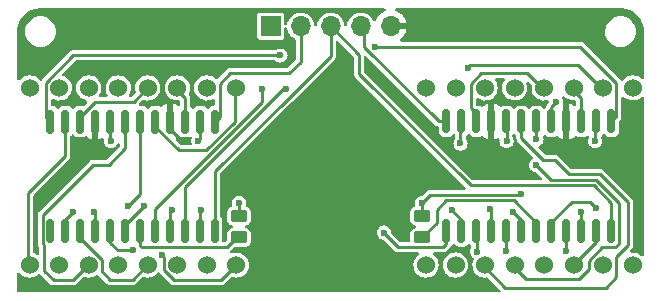
<source format=gbr>
%TF.GenerationSoftware,KiCad,Pcbnew,(6.0.9)*%
%TF.CreationDate,2023-07-18T19:51:57+10:00*%
%TF.ProjectId,VisorPlate2.0,5669736f-7250-46c6-9174-65322e302e6b,rev?*%
%TF.SameCoordinates,Original*%
%TF.FileFunction,Copper,L2,Bot*%
%TF.FilePolarity,Positive*%
%FSLAX46Y46*%
G04 Gerber Fmt 4.6, Leading zero omitted, Abs format (unit mm)*
G04 Created by KiCad (PCBNEW (6.0.9)) date 2023-07-18 19:51:57*
%MOMM*%
%LPD*%
G01*
G04 APERTURE LIST*
G04 Aperture macros list*
%AMRoundRect*
0 Rectangle with rounded corners*
0 $1 Rounding radius*
0 $2 $3 $4 $5 $6 $7 $8 $9 X,Y pos of 4 corners*
0 Add a 4 corners polygon primitive as box body*
4,1,4,$2,$3,$4,$5,$6,$7,$8,$9,$2,$3,0*
0 Add four circle primitives for the rounded corners*
1,1,$1+$1,$2,$3*
1,1,$1+$1,$4,$5*
1,1,$1+$1,$6,$7*
1,1,$1+$1,$8,$9*
0 Add four rect primitives between the rounded corners*
20,1,$1+$1,$2,$3,$4,$5,0*
20,1,$1+$1,$4,$5,$6,$7,0*
20,1,$1+$1,$6,$7,$8,$9,0*
20,1,$1+$1,$8,$9,$2,$3,0*%
G04 Aperture macros list end*
%TA.AperFunction,ComponentPad*%
%ADD10R,1.700000X1.700000*%
%TD*%
%TA.AperFunction,ComponentPad*%
%ADD11O,1.700000X1.700000*%
%TD*%
%TA.AperFunction,ComponentPad*%
%ADD12C,1.524000*%
%TD*%
%TA.AperFunction,SMDPad,CuDef*%
%ADD13RoundRect,0.150000X-0.150000X0.875000X-0.150000X-0.875000X0.150000X-0.875000X0.150000X0.875000X0*%
%TD*%
%TA.AperFunction,SMDPad,CuDef*%
%ADD14RoundRect,0.250000X0.450000X-0.262500X0.450000X0.262500X-0.450000X0.262500X-0.450000X-0.262500X0*%
%TD*%
%TA.AperFunction,ViaPad*%
%ADD15C,0.600000*%
%TD*%
%TA.AperFunction,Conductor*%
%ADD16C,0.250000*%
%TD*%
G04 APERTURE END LIST*
D10*
%TO.P,J1,1,Pin_1*%
%TO.N,/+5V*%
X127920000Y-93275000D03*
D11*
%TO.P,J1,2,Pin_2*%
%TO.N,/CS2*%
X130460000Y-93275000D03*
%TO.P,J1,3,Pin_3*%
%TO.N,/CLK*%
X133000000Y-93275000D03*
%TO.P,J1,4,Pin_4*%
%TO.N,/DIN*%
X135540000Y-93275000D03*
%TO.P,J1,5,Pin_5*%
%TO.N,GND*%
X138080000Y-93275000D03*
%TD*%
D12*
%TO.P,U4,1,1*%
%TO.N,Net-(U3-Pad8)*%
X158580000Y-98500000D03*
%TO.P,U4,2,2*%
%TO.N,Net-(U3-Pad5)*%
X156080000Y-98500000D03*
%TO.P,U4,3,3*%
%TO.N,Net-(U3-Pad10)*%
X153580000Y-98500000D03*
%TO.P,U4,4,4*%
%TO.N,Net-(U3-Pad3)*%
X151080000Y-98500000D03*
%TO.P,U4,5,5*%
%TO.N,Net-(U3-Pad17)*%
X148580000Y-98500000D03*
%TO.P,U4,6,6*%
%TO.N,Net-(U3-Pad15)*%
X146080000Y-98500000D03*
%TO.P,U4,7,7*%
%TO.N,Net-(U3-Pad21)*%
X143580000Y-98500000D03*
%TO.P,U4,8,8*%
%TO.N,Net-(U3-Pad23)*%
X141080000Y-98500000D03*
%TO.P,U4,9,9*%
%TO.N,Net-(U3-Pad2)*%
X141080000Y-113500000D03*
%TO.P,U4,10,10*%
%TO.N,Net-(U3-Pad11)*%
X143580000Y-113500000D03*
%TO.P,U4,11,11*%
%TO.N,Net-(U3-Pad6)*%
X146080000Y-113500000D03*
%TO.P,U4,12,12*%
%TO.N,Net-(U3-Pad7)*%
X148580000Y-113500000D03*
%TO.P,U4,13,13*%
%TO.N,Net-(U3-Pad22)*%
X151080000Y-113500000D03*
%TO.P,U4,14,14*%
%TO.N,Net-(U3-Pad14)*%
X153580000Y-113500000D03*
%TO.P,U4,15,15*%
%TO.N,Net-(U3-Pad16)*%
X156080000Y-113500000D03*
%TO.P,U4,16,16*%
%TO.N,Net-(U3-Pad20)*%
X158580000Y-113500000D03*
%TD*%
%TO.P,U2,1,1*%
%TO.N,Net-(U1-Pad8)*%
X125020000Y-98500000D03*
%TO.P,U2,2,2*%
%TO.N,Net-(U1-Pad5)*%
X122520000Y-98500000D03*
%TO.P,U2,3,3*%
%TO.N,Net-(U1-Pad10)*%
X120020000Y-98500000D03*
%TO.P,U2,4,4*%
%TO.N,Net-(U1-Pad3)*%
X117520000Y-98500000D03*
%TO.P,U2,5,5*%
%TO.N,Net-(U1-Pad17)*%
X115020000Y-98500000D03*
%TO.P,U2,6,6*%
%TO.N,Net-(U1-Pad15)*%
X112520000Y-98500000D03*
%TO.P,U2,7,7*%
%TO.N,Net-(U1-Pad21)*%
X110020000Y-98500000D03*
%TO.P,U2,8,8*%
%TO.N,Net-(U1-Pad23)*%
X107520000Y-98500000D03*
%TO.P,U2,9,9*%
%TO.N,Net-(U1-Pad2)*%
X107520000Y-113500000D03*
%TO.P,U2,10,10*%
%TO.N,Net-(U1-Pad11)*%
X110020000Y-113500000D03*
%TO.P,U2,11,11*%
%TO.N,Net-(U1-Pad6)*%
X112520000Y-113500000D03*
%TO.P,U2,12,12*%
%TO.N,Net-(U1-Pad7)*%
X115020000Y-113500000D03*
%TO.P,U2,13,13*%
%TO.N,Net-(U1-Pad22)*%
X117520000Y-113500000D03*
%TO.P,U2,14,14*%
%TO.N,Net-(U1-Pad14)*%
X120020000Y-113500000D03*
%TO.P,U2,15,15*%
%TO.N,Net-(U1-Pad16)*%
X122520000Y-113500000D03*
%TO.P,U2,16,16*%
%TO.N,Net-(U1-Pad20)*%
X125020000Y-113500000D03*
%TD*%
D13*
%TO.P,U1,1,DIN*%
%TO.N,Net-(U1-Pad1)*%
X109265000Y-101350000D03*
%TO.P,U1,2,DIG_0*%
%TO.N,Net-(U1-Pad2)*%
X110535000Y-101350000D03*
%TO.P,U1,3,DIG_4*%
%TO.N,Net-(U1-Pad3)*%
X111805000Y-101350000D03*
%TO.P,U1,4,GND*%
%TO.N,GND*%
X113075000Y-101350000D03*
%TO.P,U1,5,DIG_6*%
%TO.N,Net-(U1-Pad5)*%
X114345000Y-101350000D03*
%TO.P,U1,6,DIG_2*%
%TO.N,Net-(U1-Pad6)*%
X115615000Y-101350000D03*
%TO.P,U1,7,DIG_3*%
%TO.N,Net-(U1-Pad7)*%
X116885000Y-101350000D03*
%TO.P,U1,8,DIG_7*%
%TO.N,Net-(U1-Pad8)*%
X118155000Y-101350000D03*
%TO.P,U1,9,GND*%
%TO.N,GND*%
X119425000Y-101350000D03*
%TO.P,U1,10,DIG_5*%
%TO.N,Net-(U1-Pad10)*%
X120695000Y-101350000D03*
%TO.P,U1,11,DIG_1*%
%TO.N,Net-(U1-Pad11)*%
X121965000Y-101350000D03*
%TO.P,U1,12,LOAD*%
%TO.N,/CS2*%
X123235000Y-101350000D03*
%TO.P,U1,13,CLK*%
%TO.N,/CLK*%
X123235000Y-110650000D03*
%TO.P,U1,14,SEG_A*%
%TO.N,Net-(U1-Pad14)*%
X121965000Y-110650000D03*
%TO.P,U1,15,SEG_F*%
%TO.N,Net-(U1-Pad15)*%
X120695000Y-110650000D03*
%TO.P,U1,16,SEG_B*%
%TO.N,Net-(U1-Pad16)*%
X119425000Y-110650000D03*
%TO.P,U1,17,SEG_G*%
%TO.N,Net-(U1-Pad17)*%
X118155000Y-110650000D03*
%TO.P,U1,18,ISET*%
%TO.N,Net-(R1-Pad1)*%
X116885000Y-110650000D03*
%TO.P,U1,19,V+*%
%TO.N,/+5V*%
X115615000Y-110650000D03*
%TO.P,U1,20,SEG_C*%
%TO.N,Net-(U1-Pad20)*%
X114345000Y-110650000D03*
%TO.P,U1,21,SEG_E*%
%TO.N,Net-(U1-Pad21)*%
X113075000Y-110650000D03*
%TO.P,U1,22,SEG_DP*%
%TO.N,Net-(U1-Pad22)*%
X111805000Y-110650000D03*
%TO.P,U1,23,SEG_D*%
%TO.N,Net-(U1-Pad23)*%
X110535000Y-110650000D03*
%TO.P,U1,24,DOUT*%
%TO.N,unconnected-(U1-Pad24)*%
X109265000Y-110650000D03*
%TD*%
%TO.P,U3,1,DIN*%
%TO.N,/DIN*%
X142815000Y-101340000D03*
%TO.P,U3,2,DIG_0*%
%TO.N,Net-(U3-Pad2)*%
X144085000Y-101340000D03*
%TO.P,U3,3,DIG_4*%
%TO.N,Net-(U3-Pad3)*%
X145355000Y-101340000D03*
%TO.P,U3,4,GND*%
%TO.N,GND*%
X146625000Y-101340000D03*
%TO.P,U3,5,DIG_6*%
%TO.N,Net-(U3-Pad5)*%
X147895000Y-101340000D03*
%TO.P,U3,6,DIG_2*%
%TO.N,Net-(U3-Pad6)*%
X149165000Y-101340000D03*
%TO.P,U3,7,DIG_3*%
%TO.N,Net-(U3-Pad7)*%
X150435000Y-101340000D03*
%TO.P,U3,8,DIG_7*%
%TO.N,Net-(U3-Pad8)*%
X151705000Y-101340000D03*
%TO.P,U3,9,GND*%
%TO.N,GND*%
X152975000Y-101340000D03*
%TO.P,U3,10,DIG_5*%
%TO.N,Net-(U3-Pad10)*%
X154245000Y-101340000D03*
%TO.P,U3,11,DIG_1*%
%TO.N,Net-(U3-Pad11)*%
X155515000Y-101340000D03*
%TO.P,U3,12,LOAD*%
%TO.N,/CS2*%
X156785000Y-101340000D03*
%TO.P,U3,13,CLK*%
%TO.N,/CLK*%
X156785000Y-110640000D03*
%TO.P,U3,14,SEG_A*%
%TO.N,Net-(U3-Pad14)*%
X155515000Y-110640000D03*
%TO.P,U3,15,SEG_F*%
%TO.N,Net-(U3-Pad15)*%
X154245000Y-110640000D03*
%TO.P,U3,16,SEG_B*%
%TO.N,Net-(U3-Pad16)*%
X152975000Y-110640000D03*
%TO.P,U3,17,SEG_G*%
%TO.N,Net-(U3-Pad17)*%
X151705000Y-110640000D03*
%TO.P,U3,18,ISET*%
%TO.N,Net-(R2-Pad1)*%
X150435000Y-110640000D03*
%TO.P,U3,19,V+*%
%TO.N,/+5V*%
X149165000Y-110640000D03*
%TO.P,U3,20,SEG_C*%
%TO.N,Net-(U3-Pad20)*%
X147895000Y-110640000D03*
%TO.P,U3,21,SEG_E*%
%TO.N,Net-(U3-Pad21)*%
X146625000Y-110640000D03*
%TO.P,U3,22,SEG_DP*%
%TO.N,Net-(U3-Pad22)*%
X145355000Y-110640000D03*
%TO.P,U3,23,SEG_D*%
%TO.N,Net-(U3-Pad23)*%
X144085000Y-110640000D03*
%TO.P,U3,24,DOUT*%
%TO.N,Net-(U1-Pad1)*%
X142815000Y-110640000D03*
%TD*%
D14*
%TO.P,R2,1*%
%TO.N,Net-(R2-Pad1)*%
X140750000Y-111162500D03*
%TO.P,R2,2*%
%TO.N,/+5V*%
X140750000Y-109337500D03*
%TD*%
%TO.P,R1,1*%
%TO.N,Net-(R1-Pad1)*%
X125250000Y-111162500D03*
%TO.P,R1,2*%
%TO.N,/+5V*%
X125250000Y-109337500D03*
%TD*%
D15*
%TO.N,Net-(U1-Pad1)*%
X137500000Y-110750000D03*
X128750000Y-95750000D03*
%TO.N,/+5V*%
X117229107Y-108487322D03*
X148487701Y-109012299D03*
X125250000Y-108250000D03*
X149100000Y-107500000D03*
X140750000Y-108250000D03*
%TO.N,GND*%
X113000000Y-104000000D03*
X127854799Y-94895201D03*
X137000000Y-97500000D03*
X152511444Y-104088597D03*
X135500000Y-99000000D03*
X120401424Y-102998576D03*
X149337685Y-105775500D03*
%TO.N,Net-(U1-Pad5)*%
X114400000Y-103000000D03*
%TO.N,Net-(U1-Pad7)*%
X115812299Y-108524500D03*
%TO.N,Net-(U1-Pad11)*%
X121800000Y-103000000D03*
%TO.N,Net-(U1-Pad14)*%
X122000000Y-108800000D03*
%TO.N,Net-(U1-Pad15)*%
X129200000Y-98600000D03*
%TO.N,Net-(U1-Pad16)*%
X119612299Y-108812299D03*
%TO.N,Net-(U1-Pad17)*%
X127200000Y-98600000D03*
%TO.N,Net-(U1-Pad20)*%
X116274500Y-112250000D03*
X118750000Y-112624500D03*
%TO.N,Net-(U1-Pad21)*%
X113000000Y-109000000D03*
%TO.N,Net-(U1-Pad23)*%
X111200000Y-109000000D03*
%TO.N,Net-(U3-Pad2)*%
X144000000Y-103200000D03*
%TO.N,Net-(U3-Pad5)*%
X147900000Y-103000000D03*
X144600000Y-96800000D03*
%TO.N,Net-(U3-Pad7)*%
X150422701Y-105047299D03*
X150435000Y-102835000D03*
%TO.N,Net-(U3-Pad8)*%
X152100000Y-99700000D03*
%TO.N,Net-(U3-Pad11)*%
X155400000Y-103000000D03*
%TO.N,Net-(U3-Pad15)*%
X154200000Y-109000000D03*
%TO.N,Net-(U3-Pad16)*%
X152966968Y-112313972D03*
%TO.N,Net-(U3-Pad17)*%
X155500000Y-108700000D03*
%TO.N,Net-(U3-Pad20)*%
X147895000Y-112294771D03*
%TO.N,Net-(U3-Pad21)*%
X146500000Y-108724500D03*
%TO.N,Net-(U3-Pad22)*%
X145377532Y-112352028D03*
%TO.N,Net-(U3-Pad23)*%
X143275500Y-108862250D03*
%TO.N,/CS2*%
X136750000Y-95000000D03*
%TD*%
D16*
%TO.N,/CS2*%
X157200000Y-100925000D02*
X156785000Y-101340000D01*
X136750000Y-95000000D02*
X154117251Y-95000000D01*
X157200000Y-98082749D02*
X157200000Y-100925000D01*
X154117251Y-95000000D02*
X157200000Y-98082749D01*
X124500000Y-97250000D02*
X129500000Y-97250000D01*
X123607000Y-100978000D02*
X123607000Y-98143000D01*
X130460000Y-96290000D02*
X130460000Y-93275000D01*
X123235000Y-101350000D02*
X123607000Y-100978000D01*
X123607000Y-98143000D02*
X124500000Y-97250000D01*
X129500000Y-97250000D02*
X130460000Y-96290000D01*
%TO.N,/CLK*%
X156785000Y-108221396D02*
X156785000Y-110640000D01*
X155313604Y-106750000D02*
X156785000Y-108221396D01*
X144850000Y-106750000D02*
X155313604Y-106750000D01*
X135400000Y-95675000D02*
X135400000Y-97300000D01*
X129500305Y-99325000D02*
X133000000Y-95825305D01*
X129475000Y-99325000D02*
X129500305Y-99325000D01*
X123235000Y-105565000D02*
X129475000Y-99325000D01*
X133000000Y-95825305D02*
X133000000Y-93275000D01*
X133000000Y-93275000D02*
X135400000Y-95675000D01*
X135400000Y-97300000D02*
X144850000Y-106750000D01*
X123235000Y-110650000D02*
X123235000Y-105565000D01*
%TO.N,/DIN*%
X135850000Y-93585000D02*
X135850000Y-95017251D01*
X135850000Y-95017251D02*
X142172749Y-101340000D01*
X135540000Y-93275000D02*
X135850000Y-93585000D01*
X142172749Y-101340000D02*
X142815000Y-101340000D01*
%TO.N,Net-(U1-Pad1)*%
X108933000Y-101018000D02*
X109265000Y-101350000D01*
X108933000Y-98049749D02*
X108933000Y-101018000D01*
X111232749Y-95750000D02*
X108933000Y-98049749D01*
X128750000Y-95750000D02*
X111232749Y-95750000D01*
X142815000Y-111685000D02*
X142815000Y-110640000D01*
X142500000Y-112000000D02*
X142815000Y-111685000D01*
X138750000Y-112000000D02*
X142500000Y-112000000D01*
X137500000Y-110750000D02*
X138750000Y-112000000D01*
%TO.N,/+5V*%
X115615000Y-110650000D02*
X115615000Y-110101429D01*
X149050000Y-107550000D02*
X149100000Y-107500000D01*
X140750000Y-108250000D02*
X141450000Y-107550000D01*
X141450000Y-107550000D02*
X149050000Y-107550000D01*
X148487701Y-109012299D02*
X149165000Y-109689598D01*
X115615000Y-110101429D02*
X117229107Y-108487322D01*
X125250000Y-108250000D02*
X125250000Y-109337500D01*
X149165000Y-109689598D02*
X149165000Y-110640000D01*
X140750000Y-109337500D02*
X140750000Y-108250000D01*
%TO.N,GND*%
X152975000Y-103625041D02*
X152975000Y-101340000D01*
X119425000Y-101350000D02*
X119425000Y-102022152D01*
X119425000Y-102022152D02*
X120401424Y-102998576D01*
X152511444Y-104088597D02*
X152975000Y-103625041D01*
X113075000Y-103925000D02*
X113075000Y-101350000D01*
X113000000Y-104000000D02*
X113075000Y-103925000D01*
%TO.N,Net-(R1-Pad1)*%
X116885000Y-111885000D02*
X116885000Y-110650000D01*
X125037500Y-111162500D02*
X124200000Y-112000000D01*
X124200000Y-112000000D02*
X117000000Y-112000000D01*
X117000000Y-112000000D02*
X116885000Y-111885000D01*
X125250000Y-111162500D02*
X125037500Y-111162500D01*
%TO.N,Net-(R2-Pad1)*%
X142800000Y-108000000D02*
X142000000Y-108800000D01*
X148500000Y-108000000D02*
X142800000Y-108000000D01*
X150435000Y-110640000D02*
X150435000Y-109935000D01*
X142000000Y-109912500D02*
X140750000Y-111162500D01*
X150435000Y-109935000D02*
X148500000Y-108000000D01*
X142000000Y-108800000D02*
X142000000Y-109912500D01*
%TO.N,Net-(U1-Pad2)*%
X107405000Y-107395000D02*
X110535000Y-104265000D01*
X110535000Y-104265000D02*
X110535000Y-101350000D01*
X107405000Y-113595000D02*
X107405000Y-107395000D01*
%TO.N,Net-(U1-Pad3)*%
X116318000Y-99682000D02*
X117405000Y-98595000D01*
X111805000Y-101350000D02*
X111805000Y-100923249D01*
X111805000Y-100923249D02*
X113046249Y-99682000D01*
X113046249Y-99682000D02*
X116318000Y-99682000D01*
%TO.N,Net-(U1-Pad5)*%
X114345000Y-102945000D02*
X114345000Y-101350000D01*
X114400000Y-103000000D02*
X114345000Y-102945000D01*
%TO.N,Net-(U1-Pad6)*%
X108750000Y-111831751D02*
X108750000Y-113977251D01*
X112904562Y-105000000D02*
X108640000Y-109264562D01*
X109572749Y-114800000D02*
X111200000Y-114800000D01*
X111200000Y-114800000D02*
X112405000Y-113595000D01*
X108750000Y-113977251D02*
X109572749Y-114800000D01*
X115615000Y-103585000D02*
X114200000Y-105000000D01*
X114200000Y-105000000D02*
X112904562Y-105000000D01*
X108640000Y-109264562D02*
X108640000Y-111721751D01*
X115615000Y-101350000D02*
X115615000Y-103585000D01*
X108640000Y-111721751D02*
X108750000Y-111831751D01*
%TO.N,Net-(U1-Pad7)*%
X116885000Y-107451799D02*
X116885000Y-101350000D01*
X115812299Y-108524500D02*
X116885000Y-107451799D01*
%TO.N,Net-(U1-Pad8)*%
X122481751Y-103800000D02*
X124905000Y-101376751D01*
X118155000Y-101350000D02*
X118155000Y-101776751D01*
X118155000Y-101776751D02*
X120178249Y-103800000D01*
X124905000Y-101376751D02*
X124905000Y-98595000D01*
X120178249Y-103800000D02*
X122481751Y-103800000D01*
%TO.N,Net-(U1-Pad10)*%
X120695000Y-101350000D02*
X120695000Y-99385000D01*
X120695000Y-99385000D02*
X119905000Y-98595000D01*
%TO.N,Net-(U1-Pad11)*%
X121965000Y-101350000D02*
X121965000Y-102835000D01*
X121965000Y-102835000D02*
X121800000Y-103000000D01*
%TO.N,Net-(U1-Pad14)*%
X121965000Y-110650000D02*
X121965000Y-108835000D01*
X121965000Y-108835000D02*
X122000000Y-108800000D01*
%TO.N,Net-(U1-Pad15)*%
X128954543Y-98600000D02*
X120695000Y-106859543D01*
X120695000Y-106859543D02*
X120695000Y-110650000D01*
X129200000Y-98600000D02*
X128954543Y-98600000D01*
%TO.N,Net-(U1-Pad16)*%
X119425000Y-108999598D02*
X119612299Y-108812299D01*
X119425000Y-110650000D02*
X119425000Y-108999598D01*
%TO.N,Net-(U1-Pad17)*%
X118155000Y-108763147D02*
X118155000Y-110650000D01*
X127200000Y-99718147D02*
X118155000Y-108763147D01*
X127200000Y-98600000D02*
X127200000Y-99718147D01*
%TO.N,Net-(U1-Pad20)*%
X119782749Y-114800000D02*
X123700000Y-114800000D01*
X114345000Y-111595000D02*
X114345000Y-110650000D01*
X118933000Y-112807500D02*
X118933000Y-113950251D01*
X116274500Y-112250000D02*
X115000000Y-112250000D01*
X115000000Y-112250000D02*
X114345000Y-111595000D01*
X118933000Y-113950251D02*
X119782749Y-114800000D01*
X123700000Y-114800000D02*
X124905000Y-113595000D01*
X118750000Y-112624500D02*
X118933000Y-112807500D01*
%TO.N,Net-(U1-Pad21)*%
X113075000Y-110650000D02*
X113075000Y-109075000D01*
X113075000Y-109075000D02*
X113000000Y-109000000D01*
%TO.N,Net-(U1-Pad22)*%
X114350000Y-114750000D02*
X116250000Y-114750000D01*
X113607000Y-113049749D02*
X113607000Y-114007000D01*
X111805000Y-111247749D02*
X113607000Y-113049749D01*
X116250000Y-114750000D02*
X117405000Y-113595000D01*
X111805000Y-110650000D02*
X111805000Y-111247749D01*
X113607000Y-114007000D02*
X114350000Y-114750000D01*
%TO.N,Net-(U1-Pad23)*%
X110535000Y-110650000D02*
X110535000Y-109665000D01*
X110535000Y-109665000D02*
X111200000Y-109000000D01*
%TO.N,Net-(U3-Pad2)*%
X144000000Y-101425000D02*
X144085000Y-101340000D01*
X144000000Y-103200000D02*
X144000000Y-101425000D01*
%TO.N,Net-(U3-Pad3)*%
X149620000Y-97250000D02*
X150955000Y-98585000D01*
X145355000Y-101340000D02*
X145355000Y-100655000D01*
X145355000Y-100655000D02*
X144868000Y-100168000D01*
X144868000Y-100168000D02*
X144868000Y-98134749D01*
X144868000Y-98134749D02*
X145752749Y-97250000D01*
X145752749Y-97250000D02*
X149620000Y-97250000D01*
%TO.N,Net-(U3-Pad5)*%
X147900000Y-101345000D02*
X147895000Y-101340000D01*
X144800000Y-96600000D02*
X153970000Y-96600000D01*
X144600000Y-96800000D02*
X144800000Y-96600000D01*
X153970000Y-96600000D02*
X155955000Y-98585000D01*
X147900000Y-103000000D02*
X147900000Y-101345000D01*
%TO.N,Net-(U3-Pad6)*%
X153198249Y-105800000D02*
X151998249Y-104600000D01*
X156279999Y-115400000D02*
X157200000Y-114479999D01*
X158200000Y-108200000D02*
X155800000Y-105800000D01*
X147770000Y-115400000D02*
X156279999Y-115400000D01*
X155800000Y-105800000D02*
X153198249Y-105800000D01*
X158200000Y-111800000D02*
X158200000Y-108200000D01*
X151998249Y-104600000D02*
X151000000Y-104600000D01*
X157200000Y-112800000D02*
X158200000Y-111800000D01*
X151000000Y-104600000D02*
X149165000Y-102765000D01*
X145955000Y-113585000D02*
X147770000Y-115400000D01*
X157200000Y-114479999D02*
X157200000Y-112800000D01*
X149165000Y-102765000D02*
X149165000Y-101340000D01*
%TO.N,Net-(U3-Pad7)*%
X157121751Y-112000000D02*
X157410000Y-111711751D01*
X156002749Y-112000000D02*
X157121751Y-112000000D01*
X154868000Y-113134749D02*
X156002749Y-112000000D01*
X155500000Y-106300000D02*
X151675402Y-106300000D01*
X154868000Y-113807000D02*
X154868000Y-113134749D01*
X151675402Y-106300000D02*
X150422701Y-105047299D01*
X157410000Y-108210000D02*
X155500000Y-106300000D01*
X154003000Y-114672000D02*
X154868000Y-113807000D01*
X150435000Y-102835000D02*
X150435000Y-101340000D01*
X148455000Y-113585000D02*
X149542000Y-114672000D01*
X149542000Y-114672000D02*
X154003000Y-114672000D01*
X157410000Y-111711751D02*
X157410000Y-108210000D01*
%TO.N,Net-(U3-Pad8)*%
X151705000Y-100095000D02*
X152100000Y-99700000D01*
X151705000Y-101340000D02*
X151705000Y-100095000D01*
%TO.N,Net-(U3-Pad10)*%
X154245000Y-101340000D02*
X154245000Y-99375000D01*
X154245000Y-99375000D02*
X153455000Y-98585000D01*
%TO.N,Net-(U3-Pad11)*%
X155400000Y-103000000D02*
X155400000Y-101455000D01*
X155400000Y-101455000D02*
X155515000Y-101340000D01*
%TO.N,Net-(U3-Pad14)*%
X153455000Y-113585000D02*
X155515000Y-111525000D01*
X155515000Y-111525000D02*
X155515000Y-110640000D01*
%TO.N,Net-(U3-Pad15)*%
X154200000Y-110595000D02*
X154245000Y-110640000D01*
X154200000Y-109000000D02*
X154200000Y-110595000D01*
%TO.N,Net-(U3-Pad16)*%
X152966968Y-112313972D02*
X152966968Y-110648032D01*
%TO.N,Net-(U3-Pad17)*%
X151705000Y-109895000D02*
X151705000Y-110640000D01*
X155500000Y-108700000D02*
X155000305Y-108200305D01*
X155000305Y-108200305D02*
X153399695Y-108200305D01*
X153399695Y-108200305D02*
X151705000Y-109895000D01*
%TO.N,Net-(U3-Pad20)*%
X147895000Y-112294771D02*
X147895000Y-110640000D01*
%TO.N,Net-(U3-Pad21)*%
X146500000Y-108724500D02*
X146625000Y-108849500D01*
X146625000Y-108849500D02*
X146625000Y-110640000D01*
%TO.N,Net-(U3-Pad22)*%
X145377532Y-111089283D02*
X145355000Y-111066751D01*
X145377532Y-112352028D02*
X145377532Y-111089283D01*
X145355000Y-111066751D02*
X145355000Y-110640000D01*
%TO.N,Net-(U3-Pad23)*%
X144085000Y-109671750D02*
X144085000Y-110640000D01*
X143275500Y-108862250D02*
X144085000Y-109671750D01*
%TD*%
%TA.AperFunction,Conductor*%
%TO.N,GND*%
G36*
X133634012Y-94511214D02*
G01*
X133640595Y-94517343D01*
X134937595Y-95814343D01*
X134971621Y-95876655D01*
X134974500Y-95903438D01*
X134974500Y-97367393D01*
X134981914Y-97390210D01*
X134986528Y-97409429D01*
X134990281Y-97433126D01*
X134994784Y-97441963D01*
X134994784Y-97441964D01*
X135001172Y-97454502D01*
X135008736Y-97472763D01*
X135013085Y-97486147D01*
X135013087Y-97486150D01*
X135016151Y-97495581D01*
X135028776Y-97512958D01*
X135030253Y-97514991D01*
X135040577Y-97531837D01*
X135051472Y-97553220D01*
X135075446Y-97577194D01*
X139780035Y-102281782D01*
X144407658Y-106909405D01*
X144441684Y-106971717D01*
X144436619Y-107042532D01*
X144394072Y-107099368D01*
X144327552Y-107124179D01*
X144318563Y-107124500D01*
X141382607Y-107124500D01*
X141359790Y-107131914D01*
X141340571Y-107136528D01*
X141316874Y-107140281D01*
X141308037Y-107144784D01*
X141308036Y-107144784D01*
X141295498Y-107151172D01*
X141277237Y-107158736D01*
X141263853Y-107163085D01*
X141263850Y-107163087D01*
X141254419Y-107166151D01*
X141246396Y-107171980D01*
X141235009Y-107180253D01*
X141218163Y-107190577D01*
X141196780Y-107201472D01*
X140784775Y-107613477D01*
X140722463Y-107647503D01*
X140712126Y-107649304D01*
X140655478Y-107656762D01*
X140593238Y-107664956D01*
X140447159Y-107725464D01*
X140382856Y-107774805D01*
X140328576Y-107816456D01*
X140321718Y-107821718D01*
X140225464Y-107947159D01*
X140164956Y-108093238D01*
X140163878Y-108101426D01*
X140161015Y-108123173D01*
X140144318Y-108250000D01*
X140164956Y-108406762D01*
X140168117Y-108414394D01*
X140168303Y-108415087D01*
X140166613Y-108486064D01*
X140126819Y-108544859D01*
X140092981Y-108564849D01*
X140027217Y-108590887D01*
X139907078Y-108682078D01*
X139815887Y-108802217D01*
X139810276Y-108816390D01*
X139768157Y-108922771D01*
X139760364Y-108942453D01*
X139749500Y-109032228D01*
X139749500Y-109642772D01*
X139760364Y-109732547D01*
X139815887Y-109872783D01*
X139907078Y-109992922D01*
X140027217Y-110084113D01*
X140150310Y-110132849D01*
X140206282Y-110176522D01*
X140229759Y-110243525D01*
X140213283Y-110312584D01*
X140162088Y-110361773D01*
X140150313Y-110367150D01*
X140027217Y-110415887D01*
X139907078Y-110507078D01*
X139815887Y-110627217D01*
X139760364Y-110767453D01*
X139749500Y-110857228D01*
X139749500Y-111448500D01*
X139729498Y-111516621D01*
X139675842Y-111563114D01*
X139623500Y-111574500D01*
X138978438Y-111574500D01*
X138910317Y-111554498D01*
X138889343Y-111537595D01*
X138136523Y-110784775D01*
X138102497Y-110722463D01*
X138100696Y-110712126D01*
X138086122Y-110601427D01*
X138086122Y-110601426D01*
X138085044Y-110593238D01*
X138024536Y-110447159D01*
X137928282Y-110321718D01*
X137802841Y-110225464D01*
X137656762Y-110164956D01*
X137500000Y-110144318D01*
X137343238Y-110164956D01*
X137197159Y-110225464D01*
X137071718Y-110321718D01*
X136975464Y-110447159D01*
X136914956Y-110593238D01*
X136894318Y-110750000D01*
X136914956Y-110906762D01*
X136975464Y-111052841D01*
X137071718Y-111178282D01*
X137197159Y-111274536D01*
X137343238Y-111335044D01*
X137390036Y-111341205D01*
X137462126Y-111350696D01*
X137527054Y-111379418D01*
X137534775Y-111386523D01*
X138496780Y-112348528D01*
X138518163Y-112359423D01*
X138535009Y-112369747D01*
X138554419Y-112383849D01*
X138563850Y-112386913D01*
X138563853Y-112386915D01*
X138577237Y-112391264D01*
X138595498Y-112398828D01*
X138608036Y-112405216D01*
X138616874Y-112409719D01*
X138640571Y-112413472D01*
X138659790Y-112418086D01*
X138682607Y-112425500D01*
X140362891Y-112425500D01*
X140431012Y-112445502D01*
X140477505Y-112499158D01*
X140487609Y-112569432D01*
X140458115Y-112634012D01*
X140441847Y-112649693D01*
X140333011Y-112737200D01*
X140199075Y-112896818D01*
X140098693Y-113079411D01*
X140035690Y-113278025D01*
X140012463Y-113485093D01*
X140029899Y-113692730D01*
X140087333Y-113893025D01*
X140090151Y-113898507D01*
X140090152Y-113898511D01*
X140179756Y-114072862D01*
X140179759Y-114072866D01*
X140182577Y-114078350D01*
X140228874Y-114136763D01*
X140308174Y-114236816D01*
X140308179Y-114236821D01*
X140312003Y-114241646D01*
X140316696Y-114245640D01*
X140316697Y-114245641D01*
X140387396Y-114305810D01*
X140470683Y-114376693D01*
X140476061Y-114379699D01*
X140476063Y-114379700D01*
X140561627Y-114427519D01*
X140652571Y-114478346D01*
X140850740Y-114542735D01*
X141057641Y-114567407D01*
X141063776Y-114566935D01*
X141063778Y-114566935D01*
X141259252Y-114551894D01*
X141259256Y-114551893D01*
X141265394Y-114551421D01*
X141466085Y-114495387D01*
X141471589Y-114492607D01*
X141471591Y-114492606D01*
X141646570Y-114404218D01*
X141646572Y-114404217D01*
X141652071Y-114401439D01*
X141776150Y-114304498D01*
X141811405Y-114276954D01*
X141811406Y-114276953D01*
X141816266Y-114273156D01*
X141937559Y-114132636D01*
X141948393Y-114120085D01*
X141948394Y-114120084D01*
X141952417Y-114115423D01*
X141998076Y-114035049D01*
X142052294Y-113939610D01*
X142052296Y-113939606D01*
X142055339Y-113934249D01*
X142088224Y-113835392D01*
X142119164Y-113742382D01*
X142119165Y-113742379D01*
X142121109Y-113736534D01*
X142125894Y-113698655D01*
X142146783Y-113533312D01*
X142146784Y-113533305D01*
X142147225Y-113529810D01*
X142147641Y-113500000D01*
X142146179Y-113485093D01*
X142512463Y-113485093D01*
X142529899Y-113692730D01*
X142587333Y-113893025D01*
X142590151Y-113898507D01*
X142590152Y-113898511D01*
X142679756Y-114072862D01*
X142679759Y-114072866D01*
X142682577Y-114078350D01*
X142728874Y-114136763D01*
X142808174Y-114236816D01*
X142808179Y-114236821D01*
X142812003Y-114241646D01*
X142816696Y-114245640D01*
X142816697Y-114245641D01*
X142887396Y-114305810D01*
X142970683Y-114376693D01*
X142976061Y-114379699D01*
X142976063Y-114379700D01*
X143061627Y-114427519D01*
X143152571Y-114478346D01*
X143350740Y-114542735D01*
X143557641Y-114567407D01*
X143563776Y-114566935D01*
X143563778Y-114566935D01*
X143759252Y-114551894D01*
X143759256Y-114551893D01*
X143765394Y-114551421D01*
X143966085Y-114495387D01*
X143971589Y-114492607D01*
X143971591Y-114492606D01*
X144146570Y-114404218D01*
X144146572Y-114404217D01*
X144152071Y-114401439D01*
X144276150Y-114304498D01*
X144311405Y-114276954D01*
X144311406Y-114276953D01*
X144316266Y-114273156D01*
X144437559Y-114132636D01*
X144448393Y-114120085D01*
X144448394Y-114120084D01*
X144452417Y-114115423D01*
X144498076Y-114035049D01*
X144552294Y-113939610D01*
X144552296Y-113939606D01*
X144555339Y-113934249D01*
X144588224Y-113835392D01*
X144619164Y-113742382D01*
X144619165Y-113742379D01*
X144621109Y-113736534D01*
X144625894Y-113698655D01*
X144646783Y-113533312D01*
X144646784Y-113533305D01*
X144647225Y-113529810D01*
X144647641Y-113500000D01*
X144627308Y-113292627D01*
X144567083Y-113093154D01*
X144469261Y-112909176D01*
X144463590Y-112902222D01*
X144421961Y-112851181D01*
X144337567Y-112747704D01*
X144177017Y-112614885D01*
X143993728Y-112515781D01*
X143794679Y-112454165D01*
X143788554Y-112453521D01*
X143788553Y-112453521D01*
X143593582Y-112433029D01*
X143593580Y-112433029D01*
X143587453Y-112432385D01*
X143471244Y-112442961D01*
X143386085Y-112450711D01*
X143386084Y-112450711D01*
X143379944Y-112451270D01*
X143374030Y-112453011D01*
X143374028Y-112453011D01*
X143284989Y-112479217D01*
X143180055Y-112510101D01*
X143174590Y-112512958D01*
X143023258Y-112592072D01*
X142995399Y-112606636D01*
X142833011Y-112737200D01*
X142699075Y-112896818D01*
X142598693Y-113079411D01*
X142535690Y-113278025D01*
X142512463Y-113485093D01*
X142146179Y-113485093D01*
X142127308Y-113292627D01*
X142067083Y-113093154D01*
X141969261Y-112909176D01*
X141963590Y-112902222D01*
X141921961Y-112851181D01*
X141837567Y-112747704D01*
X141717753Y-112648585D01*
X141678015Y-112589751D01*
X141676393Y-112518773D01*
X141713403Y-112458185D01*
X141777293Y-112427225D01*
X141798069Y-112425500D01*
X142567393Y-112425500D01*
X142590210Y-112418086D01*
X142609429Y-112413472D01*
X142633126Y-112409719D01*
X142641964Y-112405216D01*
X142654502Y-112398828D01*
X142672763Y-112391264D01*
X142686147Y-112386915D01*
X142686150Y-112386913D01*
X142695581Y-112383849D01*
X142714991Y-112369747D01*
X142731837Y-112359423D01*
X142753220Y-112348528D01*
X143163528Y-111938220D01*
X143166191Y-111932994D01*
X143190337Y-111908658D01*
X143279579Y-111842742D01*
X143287150Y-111837150D01*
X143292742Y-111829579D01*
X143292745Y-111829576D01*
X143348649Y-111753888D01*
X143405210Y-111710977D01*
X143475992Y-111705457D01*
X143538521Y-111739081D01*
X143551351Y-111753888D01*
X143607255Y-111829576D01*
X143607258Y-111829579D01*
X143612850Y-111837150D01*
X143620421Y-111842742D01*
X143714243Y-111912041D01*
X143714246Y-111912042D01*
X143721816Y-111917634D01*
X143849631Y-111962519D01*
X143857277Y-111963242D01*
X143857278Y-111963242D01*
X143863248Y-111963806D01*
X143881166Y-111965500D01*
X144288834Y-111965500D01*
X144306752Y-111963806D01*
X144312722Y-111963242D01*
X144312723Y-111963242D01*
X144320369Y-111962519D01*
X144448184Y-111917634D01*
X144455754Y-111912042D01*
X144455757Y-111912041D01*
X144549579Y-111842742D01*
X144557150Y-111837150D01*
X144562742Y-111829579D01*
X144562745Y-111829576D01*
X144618649Y-111753888D01*
X144675210Y-111710977D01*
X144745992Y-111705457D01*
X144808521Y-111739081D01*
X144821351Y-111753888D01*
X144877255Y-111829576D01*
X144877258Y-111829579D01*
X144882850Y-111837150D01*
X144883058Y-111837304D01*
X144914769Y-111895376D01*
X144909704Y-111966191D01*
X144891610Y-111998863D01*
X144858026Y-112042631D01*
X144858024Y-112042634D01*
X144852996Y-112049187D01*
X144792488Y-112195266D01*
X144771850Y-112352028D01*
X144792488Y-112508790D01*
X144852996Y-112654869D01*
X144949250Y-112780310D01*
X144955796Y-112785333D01*
X145061117Y-112866148D01*
X145074433Y-112876366D01*
X145074691Y-112876564D01*
X145074525Y-112876781D01*
X145120216Y-112924703D01*
X145133650Y-112994417D01*
X145118635Y-113043137D01*
X145098693Y-113079411D01*
X145035690Y-113278025D01*
X145012463Y-113485093D01*
X145029899Y-113692730D01*
X145087333Y-113893025D01*
X145090151Y-113898507D01*
X145090152Y-113898511D01*
X145179756Y-114072862D01*
X145179759Y-114072866D01*
X145182577Y-114078350D01*
X145228874Y-114136763D01*
X145308174Y-114236816D01*
X145308179Y-114236821D01*
X145312003Y-114241646D01*
X145316696Y-114245640D01*
X145316697Y-114245641D01*
X145387396Y-114305810D01*
X145470683Y-114376693D01*
X145476061Y-114379699D01*
X145476063Y-114379700D01*
X145561627Y-114427519D01*
X145652571Y-114478346D01*
X145850740Y-114542735D01*
X146057641Y-114567407D01*
X146063776Y-114566935D01*
X146063778Y-114566935D01*
X146258013Y-114551989D01*
X146327468Y-114566706D01*
X146356775Y-114588523D01*
X147362657Y-115594405D01*
X147396683Y-115656717D01*
X147391618Y-115727532D01*
X147349071Y-115784368D01*
X147282551Y-115809179D01*
X147273562Y-115809500D01*
X106596500Y-115809500D01*
X106528379Y-115789498D01*
X106481886Y-115735842D01*
X106470500Y-115683500D01*
X106470500Y-114248300D01*
X106490502Y-114180179D01*
X106544158Y-114133686D01*
X106614432Y-114123582D01*
X106679012Y-114153076D01*
X106695246Y-114170036D01*
X106697088Y-114172360D01*
X106748174Y-114236816D01*
X106748179Y-114236821D01*
X106752003Y-114241646D01*
X106756696Y-114245640D01*
X106756697Y-114245641D01*
X106827396Y-114305810D01*
X106910683Y-114376693D01*
X106916061Y-114379699D01*
X106916063Y-114379700D01*
X107001627Y-114427519D01*
X107092571Y-114478346D01*
X107290740Y-114542735D01*
X107497641Y-114567407D01*
X107503776Y-114566935D01*
X107503778Y-114566935D01*
X107699252Y-114551894D01*
X107699256Y-114551893D01*
X107705394Y-114551421D01*
X107906085Y-114495387D01*
X107911589Y-114492607D01*
X107911591Y-114492606D01*
X108086570Y-114404218D01*
X108086572Y-114404217D01*
X108092071Y-114401439D01*
X108216150Y-114304498D01*
X108251405Y-114276954D01*
X108251406Y-114276953D01*
X108256266Y-114273156D01*
X108260293Y-114268490D01*
X108263043Y-114265872D01*
X108326170Y-114233382D01*
X108396840Y-114240178D01*
X108439027Y-114268026D01*
X109319529Y-115148528D01*
X109340905Y-115159419D01*
X109357757Y-115169747D01*
X109377168Y-115183850D01*
X109399986Y-115191264D01*
X109418247Y-115198827D01*
X109439623Y-115209719D01*
X109449414Y-115211270D01*
X109449421Y-115211272D01*
X109463318Y-115213473D01*
X109482537Y-115218087D01*
X109495922Y-115222436D01*
X109495929Y-115222437D01*
X109505356Y-115225500D01*
X111267393Y-115225500D01*
X111290210Y-115218086D01*
X111309429Y-115213472D01*
X111333126Y-115209719D01*
X111341964Y-115205216D01*
X111354502Y-115198828D01*
X111372763Y-115191264D01*
X111386147Y-115186915D01*
X111386150Y-115186913D01*
X111395581Y-115183849D01*
X111414991Y-115169747D01*
X111431837Y-115159423D01*
X111453220Y-115148528D01*
X112061243Y-114540505D01*
X112123555Y-114506479D01*
X112189274Y-114509767D01*
X112230416Y-114523135D01*
X112290740Y-114542735D01*
X112497641Y-114567407D01*
X112503776Y-114566935D01*
X112503778Y-114566935D01*
X112699252Y-114551894D01*
X112699256Y-114551893D01*
X112705394Y-114551421D01*
X112906085Y-114495387D01*
X112911589Y-114492607D01*
X112911591Y-114492606D01*
X113086570Y-114404218D01*
X113086572Y-114404217D01*
X113092071Y-114401439D01*
X113176925Y-114335144D01*
X113242917Y-114308967D01*
X113312587Y-114322624D01*
X113343591Y-114345339D01*
X114096780Y-115098528D01*
X114118156Y-115109419D01*
X114135008Y-115119747D01*
X114154419Y-115133850D01*
X114177237Y-115141264D01*
X114195498Y-115148827D01*
X114216874Y-115159719D01*
X114226665Y-115161270D01*
X114226672Y-115161272D01*
X114240569Y-115163473D01*
X114259788Y-115168087D01*
X114273173Y-115172436D01*
X114273180Y-115172437D01*
X114282607Y-115175500D01*
X116317393Y-115175500D01*
X116340210Y-115168086D01*
X116359429Y-115163472D01*
X116383126Y-115159719D01*
X116391964Y-115155216D01*
X116404502Y-115148828D01*
X116422763Y-115141264D01*
X116436147Y-115136915D01*
X116436150Y-115136913D01*
X116445581Y-115133849D01*
X116464991Y-115119747D01*
X116481837Y-115109423D01*
X116503220Y-115098528D01*
X117061243Y-114540505D01*
X117123555Y-114506479D01*
X117189274Y-114509767D01*
X117230416Y-114523135D01*
X117290740Y-114542735D01*
X117497641Y-114567407D01*
X117503776Y-114566935D01*
X117503778Y-114566935D01*
X117699252Y-114551894D01*
X117699256Y-114551893D01*
X117705394Y-114551421D01*
X117906085Y-114495387D01*
X117911589Y-114492607D01*
X117911591Y-114492606D01*
X118086570Y-114404218D01*
X118086572Y-114404217D01*
X118092071Y-114401439D01*
X118216150Y-114304498D01*
X118251405Y-114276954D01*
X118251406Y-114276953D01*
X118256266Y-114273156D01*
X118361648Y-114151069D01*
X118421300Y-114112573D01*
X118492297Y-114112437D01*
X118552096Y-114150707D01*
X118558966Y-114159341D01*
X118563254Y-114165243D01*
X118573577Y-114182088D01*
X118584472Y-114203471D01*
X119529529Y-115148528D01*
X119550903Y-115159418D01*
X119567755Y-115169744D01*
X119575676Y-115175500D01*
X119579145Y-115178020D01*
X119587169Y-115183850D01*
X119596598Y-115186914D01*
X119596601Y-115186915D01*
X119609988Y-115191265D01*
X119628252Y-115198830D01*
X119649623Y-115209719D01*
X119659415Y-115211270D01*
X119659418Y-115211271D01*
X119673318Y-115213473D01*
X119692537Y-115218087D01*
X119705922Y-115222436D01*
X119705929Y-115222437D01*
X119715356Y-115225500D01*
X123767393Y-115225500D01*
X123790210Y-115218086D01*
X123809429Y-115213472D01*
X123833126Y-115209719D01*
X123841964Y-115205216D01*
X123854502Y-115198828D01*
X123872763Y-115191264D01*
X123886147Y-115186915D01*
X123886150Y-115186913D01*
X123895581Y-115183849D01*
X123914991Y-115169747D01*
X123931837Y-115159423D01*
X123953220Y-115148528D01*
X124561243Y-114540505D01*
X124623555Y-114506479D01*
X124689274Y-114509767D01*
X124730416Y-114523135D01*
X124790740Y-114542735D01*
X124997641Y-114567407D01*
X125003776Y-114566935D01*
X125003778Y-114566935D01*
X125199252Y-114551894D01*
X125199256Y-114551893D01*
X125205394Y-114551421D01*
X125406085Y-114495387D01*
X125411589Y-114492607D01*
X125411591Y-114492606D01*
X125586570Y-114404218D01*
X125586572Y-114404217D01*
X125592071Y-114401439D01*
X125716150Y-114304498D01*
X125751405Y-114276954D01*
X125751406Y-114276953D01*
X125756266Y-114273156D01*
X125877559Y-114132636D01*
X125888393Y-114120085D01*
X125888394Y-114120084D01*
X125892417Y-114115423D01*
X125938076Y-114035049D01*
X125992294Y-113939610D01*
X125992296Y-113939606D01*
X125995339Y-113934249D01*
X126028224Y-113835392D01*
X126059164Y-113742382D01*
X126059165Y-113742379D01*
X126061109Y-113736534D01*
X126065894Y-113698655D01*
X126086783Y-113533312D01*
X126086784Y-113533305D01*
X126087225Y-113529810D01*
X126087641Y-113500000D01*
X126067308Y-113292627D01*
X126007083Y-113093154D01*
X125909261Y-112909176D01*
X125903590Y-112902222D01*
X125861961Y-112851181D01*
X125777567Y-112747704D01*
X125617017Y-112614885D01*
X125433728Y-112515781D01*
X125234679Y-112454165D01*
X125228554Y-112453521D01*
X125228553Y-112453521D01*
X125033582Y-112433029D01*
X125033580Y-112433029D01*
X125027453Y-112432385D01*
X124911244Y-112442961D01*
X124826085Y-112450711D01*
X124826084Y-112450711D01*
X124819944Y-112451270D01*
X124814030Y-112453011D01*
X124814028Y-112453011D01*
X124734353Y-112476461D01*
X124628882Y-112507503D01*
X124557887Y-112507549D01*
X124498136Y-112469203D01*
X124468602Y-112404641D01*
X124478661Y-112334361D01*
X124504213Y-112297535D01*
X124789343Y-112012405D01*
X124851655Y-111978379D01*
X124878438Y-111975500D01*
X125742772Y-111975500D01*
X125832547Y-111964636D01*
X125840075Y-111961656D01*
X125840077Y-111961655D01*
X125941216Y-111921611D01*
X125972783Y-111909113D01*
X126092922Y-111817922D01*
X126184113Y-111697783D01*
X126209300Y-111634168D01*
X126236655Y-111565077D01*
X126236656Y-111565075D01*
X126239636Y-111557547D01*
X126250500Y-111467772D01*
X126250500Y-110857228D01*
X126239636Y-110767453D01*
X126184113Y-110627217D01*
X126092922Y-110507078D01*
X125972783Y-110415887D01*
X125849690Y-110367151D01*
X125793718Y-110323478D01*
X125770241Y-110256475D01*
X125786717Y-110187416D01*
X125837912Y-110138227D01*
X125849687Y-110132850D01*
X125972783Y-110084113D01*
X126092922Y-109992922D01*
X126184113Y-109872783D01*
X126239636Y-109732547D01*
X126250500Y-109642772D01*
X126250500Y-109032228D01*
X126239636Y-108942453D01*
X126231844Y-108922771D01*
X126189724Y-108816390D01*
X126184113Y-108802217D01*
X126092922Y-108682078D01*
X125972783Y-108590887D01*
X125907019Y-108564850D01*
X125851047Y-108521176D01*
X125827570Y-108454173D01*
X125831697Y-108415087D01*
X125831883Y-108414394D01*
X125835044Y-108406762D01*
X125855682Y-108250000D01*
X125838985Y-108123173D01*
X125836122Y-108101426D01*
X125835044Y-108093238D01*
X125774536Y-107947159D01*
X125678282Y-107821718D01*
X125671425Y-107816456D01*
X125617144Y-107774805D01*
X125552841Y-107725464D01*
X125406762Y-107664956D01*
X125250000Y-107644318D01*
X125093238Y-107664956D01*
X124947159Y-107725464D01*
X124882856Y-107774805D01*
X124828576Y-107816456D01*
X124821718Y-107821718D01*
X124725464Y-107947159D01*
X124664956Y-108093238D01*
X124663878Y-108101426D01*
X124661015Y-108123173D01*
X124644318Y-108250000D01*
X124664956Y-108406762D01*
X124668117Y-108414394D01*
X124668303Y-108415087D01*
X124666613Y-108486064D01*
X124626819Y-108544859D01*
X124592981Y-108564849D01*
X124527217Y-108590887D01*
X124407078Y-108682078D01*
X124315887Y-108802217D01*
X124310276Y-108816390D01*
X124268157Y-108922771D01*
X124260364Y-108942453D01*
X124249500Y-109032228D01*
X124249500Y-109642772D01*
X124260364Y-109732547D01*
X124315887Y-109872783D01*
X124407078Y-109992922D01*
X124527217Y-110084113D01*
X124650310Y-110132849D01*
X124706282Y-110176522D01*
X124729759Y-110243525D01*
X124713283Y-110312584D01*
X124662088Y-110361773D01*
X124650313Y-110367150D01*
X124527217Y-110415887D01*
X124407078Y-110507078D01*
X124315887Y-110627217D01*
X124260364Y-110767453D01*
X124249500Y-110857228D01*
X124249500Y-111296562D01*
X124229498Y-111364683D01*
X124212595Y-111385657D01*
X124060657Y-111537595D01*
X123998345Y-111571621D01*
X123971562Y-111574500D01*
X123961500Y-111574500D01*
X123893379Y-111554498D01*
X123846886Y-111500842D01*
X123835500Y-111448500D01*
X123835500Y-109721166D01*
X123832519Y-109689631D01*
X123787634Y-109561816D01*
X123782042Y-109554246D01*
X123782041Y-109554243D01*
X123712742Y-109460421D01*
X123707150Y-109452850D01*
X123699579Y-109447258D01*
X123697405Y-109445084D01*
X123663379Y-109382772D01*
X123660500Y-109355989D01*
X123660500Y-105793438D01*
X123680502Y-105725317D01*
X123697405Y-105704343D01*
X129679232Y-99722516D01*
X129696630Y-99709875D01*
X129695885Y-99708850D01*
X129715296Y-99694747D01*
X129732142Y-99684423D01*
X129753525Y-99673528D01*
X129848833Y-99578220D01*
X133253218Y-96173834D01*
X133253220Y-96173833D01*
X133348528Y-96078525D01*
X133359421Y-96057146D01*
X133369749Y-96040293D01*
X133378021Y-96028908D01*
X133378022Y-96028906D01*
X133383849Y-96020886D01*
X133386914Y-96011454D01*
X133391264Y-95998068D01*
X133398828Y-95979807D01*
X133405216Y-95967269D01*
X133405216Y-95967268D01*
X133409719Y-95958431D01*
X133413472Y-95934734D01*
X133418086Y-95915515D01*
X133425500Y-95892698D01*
X133425500Y-94606438D01*
X133445502Y-94538317D01*
X133499158Y-94491824D01*
X133569432Y-94481720D01*
X133634012Y-94511214D01*
G37*
%TD.AperFunction*%
%TA.AperFunction,Conductor*%
G36*
X152819980Y-99248435D02*
G01*
X152965988Y-99372697D01*
X152970683Y-99376693D01*
X152976061Y-99379699D01*
X152976063Y-99379700D01*
X153046526Y-99419080D01*
X153152571Y-99478346D01*
X153350740Y-99542735D01*
X153557641Y-99567407D01*
X153563776Y-99566935D01*
X153563778Y-99566935D01*
X153683833Y-99557697D01*
X153753288Y-99572414D01*
X153803760Y-99622345D01*
X153819500Y-99683326D01*
X153819500Y-99924757D01*
X153799498Y-99992878D01*
X153745842Y-100039371D01*
X153675568Y-100049475D01*
X153610988Y-100019981D01*
X153604405Y-100013852D01*
X153537104Y-99946551D01*
X153524678Y-99936911D01*
X153395221Y-99860352D01*
X153380790Y-99854107D01*
X153246395Y-99815061D01*
X153232294Y-99815101D01*
X153229000Y-99822370D01*
X153229000Y-102851878D01*
X153232973Y-102865409D01*
X153240871Y-102866544D01*
X153380790Y-102825893D01*
X153395221Y-102819648D01*
X153524678Y-102743089D01*
X153537104Y-102733449D01*
X153643449Y-102627104D01*
X153657952Y-102608408D01*
X153660168Y-102610127D01*
X153702278Y-102570825D01*
X153772131Y-102558134D01*
X153833676Y-102582077D01*
X153874243Y-102612041D01*
X153874246Y-102612042D01*
X153881816Y-102617634D01*
X154009631Y-102662519D01*
X154017277Y-102663242D01*
X154017278Y-102663242D01*
X154023248Y-102663806D01*
X154041166Y-102665500D01*
X154448834Y-102665500D01*
X154466752Y-102663806D01*
X154472722Y-102663242D01*
X154472723Y-102663242D01*
X154480369Y-102662519D01*
X154608184Y-102617634D01*
X154615754Y-102612043D01*
X154615761Y-102612039D01*
X154675900Y-102567619D01*
X154742578Y-102543236D01*
X154811854Y-102558773D01*
X154861732Y-102609297D01*
X154876378Y-102678766D01*
X154867168Y-102717186D01*
X154814956Y-102843238D01*
X154813878Y-102851426D01*
X154810721Y-102875409D01*
X154794318Y-103000000D01*
X154795396Y-103008188D01*
X154811461Y-103130211D01*
X154814956Y-103156762D01*
X154875464Y-103302841D01*
X154971718Y-103428282D01*
X155097159Y-103524536D01*
X155243238Y-103585044D01*
X155400000Y-103605682D01*
X155408188Y-103604604D01*
X155548574Y-103586122D01*
X155556762Y-103585044D01*
X155702841Y-103524536D01*
X155828282Y-103428282D01*
X155924536Y-103302841D01*
X155985044Y-103156762D01*
X155988540Y-103130211D01*
X156004604Y-103008188D01*
X156005682Y-103000000D01*
X155989279Y-102875409D01*
X155986122Y-102851426D01*
X155985044Y-102843238D01*
X155978779Y-102828111D01*
X155926160Y-102701079D01*
X155918571Y-102630489D01*
X155950350Y-102567002D01*
X155967708Y-102551511D01*
X155979577Y-102542744D01*
X155979579Y-102542742D01*
X155987150Y-102537150D01*
X155992744Y-102529577D01*
X155992745Y-102529576D01*
X156048649Y-102453888D01*
X156105210Y-102410977D01*
X156175992Y-102405457D01*
X156238521Y-102439081D01*
X156251351Y-102453888D01*
X156307255Y-102529576D01*
X156307256Y-102529577D01*
X156312850Y-102537150D01*
X156320421Y-102542742D01*
X156414243Y-102612041D01*
X156414246Y-102612042D01*
X156421816Y-102617634D01*
X156549631Y-102662519D01*
X156557277Y-102663242D01*
X156557278Y-102663242D01*
X156563248Y-102663806D01*
X156581166Y-102665500D01*
X156988834Y-102665500D01*
X157006752Y-102663806D01*
X157012722Y-102663242D01*
X157012723Y-102663242D01*
X157020369Y-102662519D01*
X157148184Y-102617634D01*
X157155754Y-102612042D01*
X157155757Y-102612041D01*
X157249579Y-102542742D01*
X157257150Y-102537150D01*
X157270979Y-102518427D01*
X157332041Y-102435757D01*
X157332042Y-102435754D01*
X157337634Y-102428184D01*
X157382519Y-102300369D01*
X157385500Y-102268834D01*
X157385500Y-101393438D01*
X157405502Y-101325317D01*
X157422405Y-101304343D01*
X157548528Y-101178220D01*
X157559419Y-101156844D01*
X157569749Y-101139989D01*
X157578021Y-101128604D01*
X157578021Y-101128603D01*
X157583850Y-101120581D01*
X157591264Y-101097763D01*
X157598827Y-101079502D01*
X157609719Y-101058126D01*
X157611270Y-101048335D01*
X157611272Y-101048328D01*
X157613473Y-101034431D01*
X157618087Y-101015212D01*
X157622436Y-101001827D01*
X157622437Y-101001820D01*
X157625500Y-100992393D01*
X157625500Y-99355609D01*
X157645502Y-99287488D01*
X157699158Y-99240995D01*
X157769432Y-99230891D01*
X157833163Y-99259655D01*
X157853490Y-99276954D01*
X157970683Y-99376693D01*
X157976061Y-99379699D01*
X157976063Y-99379700D01*
X158046526Y-99419080D01*
X158152571Y-99478346D01*
X158350740Y-99542735D01*
X158557641Y-99567407D01*
X158563776Y-99566935D01*
X158563778Y-99566935D01*
X158759252Y-99551894D01*
X158759256Y-99551893D01*
X158765394Y-99551421D01*
X158966085Y-99495387D01*
X158971589Y-99492607D01*
X158971591Y-99492606D01*
X159146570Y-99404218D01*
X159146572Y-99404217D01*
X159152071Y-99401439D01*
X159316266Y-99273156D01*
X159317792Y-99271388D01*
X159379740Y-99239507D01*
X159450410Y-99246304D01*
X159506187Y-99290230D01*
X159529500Y-99363246D01*
X159529500Y-112638720D01*
X159509498Y-112706841D01*
X159455842Y-112753334D01*
X159385568Y-112763438D01*
X159323185Y-112735805D01*
X159181767Y-112618813D01*
X159181757Y-112618806D01*
X159177017Y-112614885D01*
X158993728Y-112515781D01*
X158794679Y-112454165D01*
X158788554Y-112453521D01*
X158788553Y-112453521D01*
X158593582Y-112433029D01*
X158593580Y-112433029D01*
X158587453Y-112432385D01*
X158528808Y-112437722D01*
X158474142Y-112442697D01*
X158404488Y-112428952D01*
X158353324Y-112379730D01*
X158336893Y-112310661D01*
X158360411Y-112243673D01*
X158373627Y-112228121D01*
X158548528Y-112053220D01*
X158559418Y-112031846D01*
X158569744Y-112014994D01*
X158583850Y-111995580D01*
X158586915Y-111986148D01*
X158591265Y-111972761D01*
X158598831Y-111954494D01*
X158603549Y-111945235D01*
X158609719Y-111933126D01*
X158611270Y-111923334D01*
X158611271Y-111923331D01*
X158613473Y-111909431D01*
X158618087Y-111890212D01*
X158622436Y-111876827D01*
X158622437Y-111876820D01*
X158625500Y-111867393D01*
X158625500Y-108132607D01*
X158622437Y-108123180D01*
X158622436Y-108123173D01*
X158618087Y-108109788D01*
X158613473Y-108090569D01*
X158611271Y-108076669D01*
X158611270Y-108076666D01*
X158609719Y-108066874D01*
X158598830Y-108045503D01*
X158591265Y-108027239D01*
X158586915Y-108013852D01*
X158586914Y-108013849D01*
X158583850Y-108004420D01*
X158569744Y-107985006D01*
X158559416Y-107968150D01*
X158559245Y-107967813D01*
X158548528Y-107946780D01*
X156053220Y-105451472D01*
X156031837Y-105440577D01*
X156014991Y-105430253D01*
X156003604Y-105421980D01*
X155995581Y-105416151D01*
X155986150Y-105413087D01*
X155986147Y-105413085D01*
X155972763Y-105408736D01*
X155954502Y-105401172D01*
X155941964Y-105394784D01*
X155941963Y-105394784D01*
X155933126Y-105390281D01*
X155909429Y-105386528D01*
X155890210Y-105381914D01*
X155867393Y-105374500D01*
X153426687Y-105374500D01*
X153358566Y-105354498D01*
X153337592Y-105337595D01*
X152251469Y-104251472D01*
X152230086Y-104240577D01*
X152213240Y-104230253D01*
X152201853Y-104221980D01*
X152193830Y-104216151D01*
X152184399Y-104213087D01*
X152184396Y-104213085D01*
X152171012Y-104208736D01*
X152152751Y-104201172D01*
X152140213Y-104194784D01*
X152140212Y-104194784D01*
X152131375Y-104190281D01*
X152107678Y-104186528D01*
X152088459Y-104181914D01*
X152065642Y-104174500D01*
X151228438Y-104174500D01*
X151160317Y-104154498D01*
X151139343Y-104137595D01*
X150604916Y-103603168D01*
X150570890Y-103540856D01*
X150575955Y-103470041D01*
X150618502Y-103413205D01*
X150645792Y-103397664D01*
X150669106Y-103388007D01*
X150737841Y-103359536D01*
X150863282Y-103263282D01*
X150959536Y-103137841D01*
X151020044Y-102991762D01*
X151040682Y-102835000D01*
X151024144Y-102709379D01*
X151021122Y-102686426D01*
X151020044Y-102678238D01*
X151016884Y-102670610D01*
X151016883Y-102670605D01*
X151009385Y-102652504D01*
X151001795Y-102581914D01*
X151033574Y-102518427D01*
X151094632Y-102482199D01*
X151165583Y-102484733D01*
X151219577Y-102523932D01*
X151220594Y-102522915D01*
X151226997Y-102529318D01*
X151227143Y-102529424D01*
X151227256Y-102529576D01*
X151232850Y-102537150D01*
X151240421Y-102542742D01*
X151334243Y-102612041D01*
X151334246Y-102612042D01*
X151341816Y-102617634D01*
X151469631Y-102662519D01*
X151477277Y-102663242D01*
X151477278Y-102663242D01*
X151483248Y-102663806D01*
X151501166Y-102665500D01*
X151908834Y-102665500D01*
X151926752Y-102663806D01*
X151932722Y-102663242D01*
X151932723Y-102663242D01*
X151940369Y-102662519D01*
X152068184Y-102617634D01*
X152075754Y-102612042D01*
X152075757Y-102612041D01*
X152116324Y-102582077D01*
X152183003Y-102557694D01*
X152252278Y-102573231D01*
X152290050Y-102609958D01*
X152292048Y-102608408D01*
X152306551Y-102627104D01*
X152412896Y-102733449D01*
X152425322Y-102743089D01*
X152554779Y-102819648D01*
X152569210Y-102825893D01*
X152703605Y-102864939D01*
X152717706Y-102864899D01*
X152721000Y-102857630D01*
X152721000Y-99828124D01*
X152706279Y-99777989D01*
X152702253Y-99726043D01*
X152702718Y-99722516D01*
X152705682Y-99700000D01*
X152685044Y-99543238D01*
X152664176Y-99492857D01*
X152624536Y-99397159D01*
X152626517Y-99396339D01*
X152612460Y-99338392D01*
X152635682Y-99271300D01*
X152691489Y-99227414D01*
X152762165Y-99220666D01*
X152819980Y-99248435D01*
G37*
%TD.AperFunction*%
%TA.AperFunction,Conductor*%
G36*
X113271121Y-101116002D02*
G01*
X113317614Y-101169658D01*
X113329000Y-101222000D01*
X113329000Y-102861878D01*
X113332973Y-102875409D01*
X113340871Y-102876544D01*
X113480790Y-102835893D01*
X113495225Y-102829646D01*
X113621038Y-102755242D01*
X113689854Y-102737783D01*
X113757185Y-102760300D01*
X113801654Y-102815645D01*
X113810098Y-102880141D01*
X113794318Y-103000000D01*
X113795396Y-103008188D01*
X113811461Y-103130211D01*
X113814956Y-103156762D01*
X113875464Y-103302841D01*
X113971718Y-103428282D01*
X114097159Y-103524536D01*
X114243238Y-103585044D01*
X114400000Y-103605682D01*
X114408188Y-103604604D01*
X114548574Y-103586122D01*
X114556762Y-103585044D01*
X114702841Y-103524536D01*
X114771686Y-103471709D01*
X114837908Y-103446109D01*
X114847994Y-103448178D01*
X114861083Y-103388007D01*
X114871708Y-103371688D01*
X114878609Y-103362695D01*
X114924536Y-103302841D01*
X114947091Y-103248387D01*
X114991640Y-103193108D01*
X115059003Y-103170687D01*
X115127794Y-103188245D01*
X115176173Y-103240208D01*
X115189500Y-103296607D01*
X115189500Y-103356563D01*
X115169498Y-103424684D01*
X115152595Y-103445658D01*
X115060766Y-103537487D01*
X114998454Y-103571513D01*
X114971972Y-103569619D01*
X114974168Y-103579165D01*
X114950150Y-103645976D01*
X114937493Y-103660760D01*
X114060655Y-104537597D01*
X113998345Y-104571621D01*
X113971562Y-104574500D01*
X112837169Y-104574500D01*
X112814352Y-104581914D01*
X112795133Y-104586528D01*
X112771436Y-104590281D01*
X112762599Y-104594784D01*
X112762598Y-104594784D01*
X112750060Y-104601172D01*
X112731799Y-104608736D01*
X112718415Y-104613085D01*
X112718412Y-104613087D01*
X112708981Y-104616151D01*
X112700958Y-104621980D01*
X112689571Y-104630253D01*
X112672725Y-104640577D01*
X112651342Y-104651472D01*
X108291472Y-109011342D01*
X108280577Y-109032725D01*
X108270253Y-109049571D01*
X108256151Y-109068981D01*
X108253087Y-109078412D01*
X108253085Y-109078415D01*
X108248736Y-109091799D01*
X108241172Y-109110060D01*
X108230281Y-109131436D01*
X108228730Y-109141230D01*
X108226528Y-109155132D01*
X108221914Y-109174352D01*
X108214500Y-109197169D01*
X108214500Y-111789144D01*
X108221914Y-111811961D01*
X108226528Y-111831180D01*
X108230281Y-111854877D01*
X108234784Y-111863714D01*
X108234784Y-111863715D01*
X108241172Y-111876253D01*
X108248736Y-111894514D01*
X108253085Y-111907898D01*
X108253087Y-111907901D01*
X108256151Y-111917332D01*
X108261980Y-111925355D01*
X108270253Y-111936742D01*
X108280577Y-111953588D01*
X108291472Y-111974971D01*
X108298486Y-111981985D01*
X108300436Y-111984669D01*
X108324500Y-112058730D01*
X108324500Y-112518765D01*
X108304498Y-112586886D01*
X108250842Y-112633379D01*
X108180568Y-112643483D01*
X108128201Y-112620293D01*
X108126875Y-112622259D01*
X108121761Y-112618810D01*
X108117017Y-112614885D01*
X107933728Y-112515781D01*
X107919243Y-112511297D01*
X107860084Y-112472049D01*
X107831535Y-112407045D01*
X107830500Y-112390932D01*
X107830500Y-107623438D01*
X107850502Y-107555317D01*
X107867405Y-107534343D01*
X110883528Y-104518220D01*
X110894423Y-104496837D01*
X110904747Y-104479991D01*
X110913020Y-104468604D01*
X110918849Y-104460581D01*
X110921913Y-104451150D01*
X110921915Y-104451147D01*
X110926264Y-104437763D01*
X110933828Y-104419502D01*
X110940216Y-104406964D01*
X110940216Y-104406963D01*
X110944719Y-104398126D01*
X110948472Y-104374429D01*
X110953086Y-104355210D01*
X110960500Y-104332393D01*
X110960500Y-102644011D01*
X110980502Y-102575890D01*
X110997405Y-102554916D01*
X110999579Y-102552742D01*
X111007150Y-102547150D01*
X111012742Y-102539579D01*
X111012745Y-102539576D01*
X111068649Y-102463888D01*
X111125210Y-102420977D01*
X111195992Y-102415457D01*
X111258521Y-102449081D01*
X111271351Y-102463888D01*
X111327255Y-102539576D01*
X111327258Y-102539579D01*
X111332850Y-102547150D01*
X111340421Y-102552742D01*
X111434243Y-102622041D01*
X111434246Y-102622042D01*
X111441816Y-102627634D01*
X111569631Y-102672519D01*
X111577277Y-102673242D01*
X111577278Y-102673242D01*
X111583248Y-102673806D01*
X111601166Y-102675500D01*
X112008834Y-102675500D01*
X112026752Y-102673806D01*
X112032722Y-102673242D01*
X112032723Y-102673242D01*
X112040369Y-102672519D01*
X112168184Y-102627634D01*
X112175754Y-102622042D01*
X112175757Y-102622041D01*
X112216324Y-102592077D01*
X112283003Y-102567694D01*
X112352278Y-102583231D01*
X112390050Y-102619958D01*
X112392048Y-102618408D01*
X112406551Y-102637104D01*
X112512896Y-102743449D01*
X112525322Y-102753089D01*
X112654779Y-102829648D01*
X112669210Y-102835893D01*
X112803605Y-102874939D01*
X112817706Y-102874899D01*
X112821000Y-102867630D01*
X112821000Y-101222000D01*
X112841002Y-101153879D01*
X112894658Y-101107386D01*
X112947000Y-101096000D01*
X113203000Y-101096000D01*
X113271121Y-101116002D01*
G37*
%TD.AperFunction*%
%TA.AperFunction,Conductor*%
G36*
X136034012Y-95803465D02*
G01*
X136040595Y-95809594D01*
X141919529Y-101688528D01*
X141940912Y-101699423D01*
X141957758Y-101709747D01*
X141977168Y-101723849D01*
X141986599Y-101726913D01*
X141986602Y-101726915D01*
X141999986Y-101731264D01*
X142018247Y-101738828D01*
X142030785Y-101745216D01*
X142039623Y-101749719D01*
X142063320Y-101753472D01*
X142082539Y-101758086D01*
X142105356Y-101765500D01*
X142110570Y-101765500D01*
X142172363Y-101794793D01*
X142209890Y-101855061D01*
X142214500Y-101888830D01*
X142214500Y-102268834D01*
X142217481Y-102300369D01*
X142262366Y-102428184D01*
X142267958Y-102435754D01*
X142267959Y-102435757D01*
X142329021Y-102518427D01*
X142342850Y-102537150D01*
X142350421Y-102542742D01*
X142444243Y-102612041D01*
X142444246Y-102612042D01*
X142451816Y-102617634D01*
X142579631Y-102662519D01*
X142587277Y-102663242D01*
X142587278Y-102663242D01*
X142593248Y-102663806D01*
X142611166Y-102665500D01*
X143018834Y-102665500D01*
X143036752Y-102663806D01*
X143042722Y-102663242D01*
X143042723Y-102663242D01*
X143050369Y-102662519D01*
X143178184Y-102617634D01*
X143185754Y-102612042D01*
X143185757Y-102612041D01*
X143279579Y-102542742D01*
X143287150Y-102537150D01*
X143292744Y-102529577D01*
X143292745Y-102529576D01*
X143347149Y-102455919D01*
X143403710Y-102413008D01*
X143474492Y-102407488D01*
X143537021Y-102441112D01*
X143571446Y-102503204D01*
X143574500Y-102530778D01*
X143574500Y-102725321D01*
X143554498Y-102793442D01*
X143548462Y-102802025D01*
X143480494Y-102890603D01*
X143480492Y-102890606D01*
X143475464Y-102897159D01*
X143414956Y-103043238D01*
X143394318Y-103200000D01*
X143414956Y-103356762D01*
X143475464Y-103502841D01*
X143571718Y-103628282D01*
X143697159Y-103724536D01*
X143843238Y-103785044D01*
X144000000Y-103805682D01*
X144008188Y-103804604D01*
X144148574Y-103786122D01*
X144156762Y-103785044D01*
X144302841Y-103724536D01*
X144428282Y-103628282D01*
X144524536Y-103502841D01*
X144585044Y-103356762D01*
X144605682Y-103200000D01*
X144585044Y-103043238D01*
X144524536Y-102897159D01*
X144519508Y-102890606D01*
X144519506Y-102890603D01*
X144451538Y-102802025D01*
X144425937Y-102735805D01*
X144425500Y-102725321D01*
X144425500Y-102697967D01*
X144445502Y-102629846D01*
X144476640Y-102596616D01*
X144515797Y-102567694D01*
X144557150Y-102537150D01*
X144562744Y-102529577D01*
X144562745Y-102529576D01*
X144618649Y-102453888D01*
X144675210Y-102410977D01*
X144745992Y-102405457D01*
X144808521Y-102439081D01*
X144821351Y-102453888D01*
X144877255Y-102529576D01*
X144877256Y-102529577D01*
X144882850Y-102537150D01*
X144890421Y-102542742D01*
X144984243Y-102612041D01*
X144984246Y-102612042D01*
X144991816Y-102617634D01*
X145119631Y-102662519D01*
X145127277Y-102663242D01*
X145127278Y-102663242D01*
X145133248Y-102663806D01*
X145151166Y-102665500D01*
X145558834Y-102665500D01*
X145576752Y-102663806D01*
X145582722Y-102663242D01*
X145582723Y-102663242D01*
X145590369Y-102662519D01*
X145718184Y-102617634D01*
X145725754Y-102612042D01*
X145725757Y-102612041D01*
X145766324Y-102582077D01*
X145833003Y-102557694D01*
X145902278Y-102573231D01*
X145940050Y-102609958D01*
X145942048Y-102608408D01*
X145956551Y-102627104D01*
X146062896Y-102733449D01*
X146075322Y-102743089D01*
X146204779Y-102819648D01*
X146219210Y-102825893D01*
X146353605Y-102864939D01*
X146367706Y-102864899D01*
X146371000Y-102857630D01*
X146371000Y-99828122D01*
X146367027Y-99814591D01*
X146359129Y-99813456D01*
X146219210Y-99854107D01*
X146204779Y-99860352D01*
X146075322Y-99936911D01*
X146062896Y-99946551D01*
X145956551Y-100052896D01*
X145942048Y-100071592D01*
X145939832Y-100069873D01*
X145897722Y-100109175D01*
X145827869Y-100121866D01*
X145766324Y-100097923D01*
X145725757Y-100067959D01*
X145725754Y-100067958D01*
X145718184Y-100062366D01*
X145590369Y-100017481D01*
X145582723Y-100016758D01*
X145582722Y-100016758D01*
X145576752Y-100016194D01*
X145558834Y-100014500D01*
X145419500Y-100014500D01*
X145351379Y-99994498D01*
X145304886Y-99940842D01*
X145293500Y-99888500D01*
X145293500Y-99492430D01*
X145313502Y-99424309D01*
X145367158Y-99377816D01*
X145437432Y-99367712D01*
X145480969Y-99382442D01*
X145652571Y-99478346D01*
X145850740Y-99542735D01*
X146057641Y-99567407D01*
X146063776Y-99566935D01*
X146063778Y-99566935D01*
X146259252Y-99551894D01*
X146259256Y-99551893D01*
X146265394Y-99551421D01*
X146466085Y-99495387D01*
X146471589Y-99492607D01*
X146471591Y-99492606D01*
X146646570Y-99404218D01*
X146646572Y-99404217D01*
X146652071Y-99401439D01*
X146816266Y-99273156D01*
X146952417Y-99115423D01*
X146962678Y-99097361D01*
X147052294Y-98939610D01*
X147052296Y-98939606D01*
X147055339Y-98934249D01*
X147088224Y-98835392D01*
X147119164Y-98742382D01*
X147119165Y-98742379D01*
X147121109Y-98736534D01*
X147125894Y-98698655D01*
X147146783Y-98533312D01*
X147146784Y-98533305D01*
X147147225Y-98529810D01*
X147147641Y-98500000D01*
X147127308Y-98292627D01*
X147067083Y-98093154D01*
X146969261Y-97909176D01*
X146963590Y-97902222D01*
X146946392Y-97881136D01*
X146918838Y-97815704D01*
X146931033Y-97745763D01*
X146979106Y-97693518D01*
X147044035Y-97675500D01*
X147614576Y-97675500D01*
X147682697Y-97695502D01*
X147729190Y-97749158D01*
X147739294Y-97819432D01*
X147711098Y-97882489D01*
X147699075Y-97896818D01*
X147598693Y-98079411D01*
X147535690Y-98278025D01*
X147535004Y-98284142D01*
X147535003Y-98284146D01*
X147523862Y-98383473D01*
X147512463Y-98485093D01*
X147512979Y-98491237D01*
X147521425Y-98591812D01*
X147529899Y-98692730D01*
X147587333Y-98893025D01*
X147590148Y-98898502D01*
X147590152Y-98898511D01*
X147679756Y-99072862D01*
X147679759Y-99072866D01*
X147682577Y-99078350D01*
X147728874Y-99136763D01*
X147808174Y-99236816D01*
X147808179Y-99236821D01*
X147812003Y-99241646D01*
X147816696Y-99245640D01*
X147816697Y-99245641D01*
X147965988Y-99372697D01*
X147970683Y-99376693D01*
X147976061Y-99379699D01*
X147976063Y-99379700D01*
X148046526Y-99419080D01*
X148152571Y-99478346D01*
X148350740Y-99542735D01*
X148557641Y-99567407D01*
X148563776Y-99566935D01*
X148563778Y-99566935D01*
X148759252Y-99551894D01*
X148759256Y-99551893D01*
X148765394Y-99551421D01*
X148966085Y-99495387D01*
X148971589Y-99492607D01*
X148971591Y-99492606D01*
X149146570Y-99404218D01*
X149146572Y-99404217D01*
X149152071Y-99401439D01*
X149316266Y-99273156D01*
X149452417Y-99115423D01*
X149462678Y-99097361D01*
X149552294Y-98939610D01*
X149552296Y-98939606D01*
X149555339Y-98934249D01*
X149588224Y-98835392D01*
X149619164Y-98742382D01*
X149619165Y-98742379D01*
X149621109Y-98736534D01*
X149625894Y-98698655D01*
X149646783Y-98533312D01*
X149646784Y-98533305D01*
X149647225Y-98529810D01*
X149647641Y-98500000D01*
X149627308Y-98292627D01*
X149617000Y-98258485D01*
X149584776Y-98151754D01*
X149584235Y-98080759D01*
X149622163Y-98020743D01*
X149686517Y-97990759D01*
X149756866Y-98000327D01*
X149794493Y-98026241D01*
X149993878Y-98225626D01*
X150027904Y-98287938D01*
X150029998Y-98328766D01*
X150023862Y-98383473D01*
X150012463Y-98485093D01*
X150012979Y-98491237D01*
X150021425Y-98591812D01*
X150029899Y-98692730D01*
X150087333Y-98893025D01*
X150090148Y-98898502D01*
X150090152Y-98898511D01*
X150179756Y-99072862D01*
X150179759Y-99072866D01*
X150182577Y-99078350D01*
X150228874Y-99136763D01*
X150308174Y-99236816D01*
X150308179Y-99236821D01*
X150312003Y-99241646D01*
X150316696Y-99245640D01*
X150316697Y-99245641D01*
X150465988Y-99372697D01*
X150470683Y-99376693D01*
X150476061Y-99379699D01*
X150476063Y-99379700D01*
X150546526Y-99419080D01*
X150652571Y-99478346D01*
X150850740Y-99542735D01*
X151057641Y-99567407D01*
X151063776Y-99566935D01*
X151063778Y-99566935D01*
X151259252Y-99551894D01*
X151259256Y-99551893D01*
X151265394Y-99551421D01*
X151331997Y-99532825D01*
X151402984Y-99533772D01*
X151462194Y-99572948D01*
X151490823Y-99637916D01*
X151479784Y-99708049D01*
X151454973Y-99743279D01*
X151356472Y-99841780D01*
X151345577Y-99863163D01*
X151335253Y-99880009D01*
X151321151Y-99899419D01*
X151318087Y-99908850D01*
X151318085Y-99908853D01*
X151313736Y-99922237D01*
X151306172Y-99940498D01*
X151305997Y-99940842D01*
X151295281Y-99961874D01*
X151293730Y-99971668D01*
X151291528Y-99985570D01*
X151286914Y-100004790D01*
X151279500Y-100027607D01*
X151279500Y-100045989D01*
X151259498Y-100114110D01*
X151242595Y-100135084D01*
X151240421Y-100137258D01*
X151232850Y-100142850D01*
X151227258Y-100150421D01*
X151227255Y-100150424D01*
X151171351Y-100226112D01*
X151114790Y-100269023D01*
X151044008Y-100274543D01*
X150981479Y-100240919D01*
X150968649Y-100226112D01*
X150912745Y-100150424D01*
X150912742Y-100150421D01*
X150907150Y-100142850D01*
X150875097Y-100119175D01*
X150805757Y-100067959D01*
X150805754Y-100067958D01*
X150798184Y-100062366D01*
X150670369Y-100017481D01*
X150662723Y-100016758D01*
X150662722Y-100016758D01*
X150656752Y-100016194D01*
X150638834Y-100014500D01*
X150231166Y-100014500D01*
X150213248Y-100016194D01*
X150207278Y-100016758D01*
X150207277Y-100016758D01*
X150199631Y-100017481D01*
X150071816Y-100062366D01*
X150064246Y-100067958D01*
X150064243Y-100067959D01*
X149994903Y-100119175D01*
X149962850Y-100142850D01*
X149957258Y-100150421D01*
X149957255Y-100150424D01*
X149901351Y-100226112D01*
X149844790Y-100269023D01*
X149774008Y-100274543D01*
X149711479Y-100240919D01*
X149698649Y-100226112D01*
X149642745Y-100150424D01*
X149642742Y-100150421D01*
X149637150Y-100142850D01*
X149605097Y-100119175D01*
X149535757Y-100067959D01*
X149535754Y-100067958D01*
X149528184Y-100062366D01*
X149400369Y-100017481D01*
X149392723Y-100016758D01*
X149392722Y-100016758D01*
X149386752Y-100016194D01*
X149368834Y-100014500D01*
X148961166Y-100014500D01*
X148943248Y-100016194D01*
X148937278Y-100016758D01*
X148937277Y-100016758D01*
X148929631Y-100017481D01*
X148801816Y-100062366D01*
X148794246Y-100067958D01*
X148794243Y-100067959D01*
X148724903Y-100119175D01*
X148692850Y-100142850D01*
X148687258Y-100150421D01*
X148687255Y-100150424D01*
X148631351Y-100226112D01*
X148574790Y-100269023D01*
X148504008Y-100274543D01*
X148441479Y-100240919D01*
X148428649Y-100226112D01*
X148372745Y-100150424D01*
X148372742Y-100150421D01*
X148367150Y-100142850D01*
X148335097Y-100119175D01*
X148265757Y-100067959D01*
X148265754Y-100067958D01*
X148258184Y-100062366D01*
X148130369Y-100017481D01*
X148122723Y-100016758D01*
X148122722Y-100016758D01*
X148116752Y-100016194D01*
X148098834Y-100014500D01*
X147691166Y-100014500D01*
X147673248Y-100016194D01*
X147667278Y-100016758D01*
X147667277Y-100016758D01*
X147659631Y-100017481D01*
X147531816Y-100062366D01*
X147524246Y-100067958D01*
X147524243Y-100067959D01*
X147483676Y-100097923D01*
X147416997Y-100122306D01*
X147347722Y-100106769D01*
X147309950Y-100070042D01*
X147307952Y-100071592D01*
X147293449Y-100052896D01*
X147187104Y-99946551D01*
X147174678Y-99936911D01*
X147045221Y-99860352D01*
X147030790Y-99854107D01*
X146896395Y-99815061D01*
X146882294Y-99815101D01*
X146879000Y-99822370D01*
X146879000Y-102851878D01*
X146882973Y-102865409D01*
X146890871Y-102866544D01*
X147030790Y-102825893D01*
X147045225Y-102819646D01*
X147118244Y-102776464D01*
X147187060Y-102759005D01*
X147254391Y-102781522D01*
X147298860Y-102836867D01*
X147307304Y-102901363D01*
X147294318Y-103000000D01*
X147295396Y-103008188D01*
X147311461Y-103130211D01*
X147314956Y-103156762D01*
X147375464Y-103302841D01*
X147471718Y-103428282D01*
X147597159Y-103524536D01*
X147743238Y-103585044D01*
X147900000Y-103605682D01*
X147908188Y-103604604D01*
X148048574Y-103586122D01*
X148056762Y-103585044D01*
X148202841Y-103524536D01*
X148328282Y-103428282D01*
X148424536Y-103302841D01*
X148485044Y-103156762D01*
X148488540Y-103130211D01*
X148504604Y-103008188D01*
X148505682Y-103000000D01*
X148489279Y-102875409D01*
X148486122Y-102851426D01*
X148485044Y-102843238D01*
X148424536Y-102697159D01*
X148419509Y-102690608D01*
X148419507Y-102690604D01*
X148392825Y-102655831D01*
X148367225Y-102589611D01*
X148381490Y-102520062D01*
X148391437Y-102504269D01*
X148428649Y-102453888D01*
X148485210Y-102410977D01*
X148555992Y-102405457D01*
X148618521Y-102439081D01*
X148631351Y-102453888D01*
X148687255Y-102529576D01*
X148687256Y-102529577D01*
X148692850Y-102537150D01*
X148700421Y-102542742D01*
X148702595Y-102544916D01*
X148736621Y-102607228D01*
X148739500Y-102634011D01*
X148739500Y-102832393D01*
X148746914Y-102855210D01*
X148751528Y-102874429D01*
X148755281Y-102898126D01*
X148759784Y-102906963D01*
X148759784Y-102906964D01*
X148766172Y-102919502D01*
X148773736Y-102937763D01*
X148778085Y-102951147D01*
X148778087Y-102951150D01*
X148781151Y-102960581D01*
X148786980Y-102968604D01*
X148795253Y-102979991D01*
X148805577Y-102996837D01*
X148816472Y-103018220D01*
X150132085Y-104333833D01*
X150166111Y-104396145D01*
X150161046Y-104466960D01*
X150119693Y-104522891D01*
X150000968Y-104613991D01*
X150000965Y-104613994D01*
X149994419Y-104619017D01*
X149898165Y-104744458D01*
X149837657Y-104890537D01*
X149817019Y-105047299D01*
X149837657Y-105204061D01*
X149898165Y-105350140D01*
X149994419Y-105475581D01*
X150119860Y-105571835D01*
X150265939Y-105632343D01*
X150312737Y-105638504D01*
X150384827Y-105647995D01*
X150449755Y-105676717D01*
X150457476Y-105683822D01*
X150883059Y-106109405D01*
X150917085Y-106171717D01*
X150912020Y-106242532D01*
X150869473Y-106299368D01*
X150802953Y-106324179D01*
X150793964Y-106324500D01*
X145078437Y-106324500D01*
X145010316Y-106304498D01*
X144989342Y-106287595D01*
X135862405Y-97160657D01*
X135828379Y-97098345D01*
X135825500Y-97071562D01*
X135825500Y-95898689D01*
X135845502Y-95830568D01*
X135899158Y-95784075D01*
X135969432Y-95773971D01*
X136034012Y-95803465D01*
G37*
%TD.AperFunction*%
%TA.AperFunction,Conductor*%
G36*
X120283676Y-102592077D02*
G01*
X120324243Y-102622041D01*
X120324246Y-102622042D01*
X120331816Y-102627634D01*
X120459631Y-102672519D01*
X120467277Y-102673242D01*
X120467278Y-102673242D01*
X120473248Y-102673806D01*
X120491166Y-102675500D01*
X120898834Y-102675500D01*
X120916752Y-102673806D01*
X120922722Y-102673242D01*
X120922723Y-102673242D01*
X120930369Y-102672519D01*
X120958845Y-102662519D01*
X121049298Y-102630755D01*
X121049302Y-102630753D01*
X121058184Y-102627634D01*
X121065257Y-102622410D01*
X121134495Y-102608277D01*
X121200691Y-102633940D01*
X121242504Y-102691317D01*
X121246659Y-102762192D01*
X121240304Y-102782042D01*
X121214956Y-102843238D01*
X121213878Y-102851426D01*
X121210721Y-102875409D01*
X121194318Y-103000000D01*
X121195396Y-103008188D01*
X121211461Y-103130211D01*
X121214956Y-103156762D01*
X121218116Y-103164390D01*
X121218117Y-103164395D01*
X121232982Y-103200281D01*
X121240572Y-103270871D01*
X121208793Y-103334358D01*
X121147736Y-103370586D01*
X121116574Y-103374500D01*
X120406687Y-103374500D01*
X120338566Y-103354498D01*
X120317591Y-103337595D01*
X119937727Y-102957730D01*
X119903702Y-102895418D01*
X119908767Y-102824602D01*
X119951314Y-102767767D01*
X119962686Y-102760180D01*
X119974677Y-102753089D01*
X119987104Y-102743449D01*
X120093449Y-102637104D01*
X120107952Y-102618408D01*
X120110168Y-102620127D01*
X120152278Y-102580825D01*
X120222131Y-102568134D01*
X120283676Y-102592077D01*
G37*
%TD.AperFunction*%
%TA.AperFunction,Conductor*%
G36*
X137619335Y-91780502D02*
G01*
X137665828Y-91834158D01*
X137675932Y-91904432D01*
X137646438Y-91969012D01*
X137590359Y-92006265D01*
X137556868Y-92017212D01*
X137547359Y-92021209D01*
X137358463Y-92119542D01*
X137349738Y-92125036D01*
X137179433Y-92252905D01*
X137171726Y-92259748D01*
X137024590Y-92413717D01*
X137018104Y-92421727D01*
X136898098Y-92597649D01*
X136893000Y-92606623D01*
X136810033Y-92785360D01*
X136763209Y-92838727D01*
X136694965Y-92858308D01*
X136626970Y-92837884D01*
X136582739Y-92788038D01*
X136527721Y-92676473D01*
X136527719Y-92676469D01*
X136525165Y-92671290D01*
X136425565Y-92537909D01*
X136402104Y-92506491D01*
X136402103Y-92506490D01*
X136398651Y-92501867D01*
X136271236Y-92384086D01*
X136247622Y-92362257D01*
X136247620Y-92362255D01*
X136243381Y-92358337D01*
X136111641Y-92275215D01*
X136069434Y-92248584D01*
X136069433Y-92248584D01*
X136064554Y-92245505D01*
X135868160Y-92167152D01*
X135862503Y-92166027D01*
X135862497Y-92166025D01*
X135666442Y-92127028D01*
X135666440Y-92127028D01*
X135660775Y-92125901D01*
X135655000Y-92125825D01*
X135654996Y-92125825D01*
X135548976Y-92124437D01*
X135449346Y-92123133D01*
X135443649Y-92124112D01*
X135443648Y-92124112D01*
X135246650Y-92157962D01*
X135246649Y-92157962D01*
X135240953Y-92158941D01*
X135042575Y-92232127D01*
X135037614Y-92235079D01*
X135037613Y-92235079D01*
X134991553Y-92262482D01*
X134860856Y-92340238D01*
X134701881Y-92479655D01*
X134570976Y-92645708D01*
X134568287Y-92650819D01*
X134568285Y-92650822D01*
X134526652Y-92729953D01*
X134472523Y-92832836D01*
X134409820Y-93034773D01*
X134409141Y-93040510D01*
X134395088Y-93159239D01*
X134367217Y-93224537D01*
X134308469Y-93264401D01*
X134237494Y-93266174D01*
X134176828Y-93229295D01*
X134145730Y-93165471D01*
X134144490Y-93155958D01*
X134144077Y-93151457D01*
X134136081Y-93064440D01*
X134127817Y-93035136D01*
X134113431Y-92984127D01*
X134078686Y-92860931D01*
X134068796Y-92840875D01*
X133987719Y-92676469D01*
X133985165Y-92671290D01*
X133885565Y-92537909D01*
X133862104Y-92506491D01*
X133862103Y-92506490D01*
X133858651Y-92501867D01*
X133731236Y-92384086D01*
X133707622Y-92362257D01*
X133707620Y-92362255D01*
X133703381Y-92358337D01*
X133571641Y-92275215D01*
X133529434Y-92248584D01*
X133529433Y-92248584D01*
X133524554Y-92245505D01*
X133328160Y-92167152D01*
X133322503Y-92166027D01*
X133322497Y-92166025D01*
X133126442Y-92127028D01*
X133126440Y-92127028D01*
X133120775Y-92125901D01*
X133115000Y-92125825D01*
X133114996Y-92125825D01*
X133008976Y-92124437D01*
X132909346Y-92123133D01*
X132903649Y-92124112D01*
X132903648Y-92124112D01*
X132706650Y-92157962D01*
X132706649Y-92157962D01*
X132700953Y-92158941D01*
X132502575Y-92232127D01*
X132497614Y-92235079D01*
X132497613Y-92235079D01*
X132451553Y-92262482D01*
X132320856Y-92340238D01*
X132161881Y-92479655D01*
X132030976Y-92645708D01*
X132028287Y-92650819D01*
X132028285Y-92650822D01*
X131986652Y-92729953D01*
X131932523Y-92832836D01*
X131869820Y-93034773D01*
X131869141Y-93040510D01*
X131855088Y-93159239D01*
X131827217Y-93224537D01*
X131768469Y-93264401D01*
X131697494Y-93266174D01*
X131636828Y-93229295D01*
X131605730Y-93165471D01*
X131604490Y-93155958D01*
X131604077Y-93151457D01*
X131596081Y-93064440D01*
X131587817Y-93035136D01*
X131573431Y-92984127D01*
X131538686Y-92860931D01*
X131528796Y-92840875D01*
X131447719Y-92676469D01*
X131445165Y-92671290D01*
X131345565Y-92537909D01*
X131322104Y-92506491D01*
X131322103Y-92506490D01*
X131318651Y-92501867D01*
X131191236Y-92384086D01*
X131167622Y-92362257D01*
X131167620Y-92362255D01*
X131163381Y-92358337D01*
X131031641Y-92275215D01*
X130989434Y-92248584D01*
X130989433Y-92248584D01*
X130984554Y-92245505D01*
X130788160Y-92167152D01*
X130782503Y-92166027D01*
X130782497Y-92166025D01*
X130586442Y-92127028D01*
X130586440Y-92127028D01*
X130580775Y-92125901D01*
X130575000Y-92125825D01*
X130574996Y-92125825D01*
X130468976Y-92124437D01*
X130369346Y-92123133D01*
X130363649Y-92124112D01*
X130363648Y-92124112D01*
X130166650Y-92157962D01*
X130166649Y-92157962D01*
X130160953Y-92158941D01*
X129962575Y-92232127D01*
X129957614Y-92235079D01*
X129957613Y-92235079D01*
X129911553Y-92262482D01*
X129780856Y-92340238D01*
X129621881Y-92479655D01*
X129490976Y-92645708D01*
X129488287Y-92650819D01*
X129488285Y-92650822D01*
X129446652Y-92729953D01*
X129392523Y-92832836D01*
X129329820Y-93034773D01*
X129329141Y-93040510D01*
X129321627Y-93103995D01*
X129293756Y-93169292D01*
X129235008Y-93209156D01*
X129164034Y-93210930D01*
X129103367Y-93174051D01*
X129072269Y-93110227D01*
X129070500Y-93089185D01*
X129070500Y-92380354D01*
X129067382Y-92354154D01*
X129021939Y-92251847D01*
X129013444Y-92243366D01*
X128950945Y-92180977D01*
X128942713Y-92172759D01*
X128932076Y-92168056D01*
X128932074Y-92168055D01*
X128862998Y-92137517D01*
X128840327Y-92127494D01*
X128814646Y-92124500D01*
X127025354Y-92124500D01*
X127021650Y-92124941D01*
X127021647Y-92124941D01*
X127014254Y-92125821D01*
X126999154Y-92127618D01*
X126990514Y-92131456D01*
X126990513Y-92131456D01*
X126912687Y-92166025D01*
X126896847Y-92173061D01*
X126817759Y-92252287D01*
X126813056Y-92262924D01*
X126813055Y-92262926D01*
X126786735Y-92322462D01*
X126772494Y-92354673D01*
X126769500Y-92380354D01*
X126769500Y-94169646D01*
X126772618Y-94195846D01*
X126776456Y-94204486D01*
X126776456Y-94204487D01*
X126788731Y-94232121D01*
X126818061Y-94298153D01*
X126826294Y-94306372D01*
X126826295Y-94306373D01*
X126854606Y-94334634D01*
X126897287Y-94377241D01*
X126907924Y-94381944D01*
X126907926Y-94381945D01*
X126938352Y-94395396D01*
X126999673Y-94422506D01*
X127025354Y-94425500D01*
X128814646Y-94425500D01*
X128818350Y-94425059D01*
X128818353Y-94425059D01*
X128825746Y-94424179D01*
X128840846Y-94422382D01*
X128850451Y-94418116D01*
X128932518Y-94381663D01*
X128943153Y-94376939D01*
X128974411Y-94345627D01*
X128989474Y-94330537D01*
X129022241Y-94297713D01*
X129040271Y-94256932D01*
X129053265Y-94227538D01*
X129067506Y-94195327D01*
X129070500Y-94169646D01*
X129070500Y-93485673D01*
X129090502Y-93417552D01*
X129144158Y-93371059D01*
X129214432Y-93360955D01*
X129279012Y-93390449D01*
X129317396Y-93450175D01*
X129318658Y-93455784D01*
X129318796Y-93455749D01*
X129370845Y-93660690D01*
X129373262Y-93665933D01*
X129409692Y-93744955D01*
X129459369Y-93852714D01*
X129581405Y-94025391D01*
X129628860Y-94071620D01*
X129725727Y-94165983D01*
X129732865Y-94172937D01*
X129737661Y-94176142D01*
X129737664Y-94176144D01*
X129818333Y-94230045D01*
X129908677Y-94290411D01*
X129913982Y-94292690D01*
X129913989Y-94292694D01*
X129958236Y-94311703D01*
X130012930Y-94356970D01*
X130034500Y-94427471D01*
X130034500Y-96061562D01*
X130014498Y-96129683D01*
X129997595Y-96150657D01*
X129360657Y-96787595D01*
X129298345Y-96821621D01*
X129271562Y-96824500D01*
X124432607Y-96824500D01*
X124423180Y-96827563D01*
X124423173Y-96827564D01*
X124409788Y-96831913D01*
X124390569Y-96836527D01*
X124376672Y-96838728D01*
X124376665Y-96838730D01*
X124366874Y-96840281D01*
X124345498Y-96851173D01*
X124327237Y-96858736D01*
X124304419Y-96866150D01*
X124296397Y-96871979D01*
X124296396Y-96871979D01*
X124285011Y-96880251D01*
X124268156Y-96890581D01*
X124246780Y-96901472D01*
X123425941Y-97722311D01*
X123363629Y-97756337D01*
X123292814Y-97751272D01*
X123256530Y-97730300D01*
X123121768Y-97618814D01*
X123121759Y-97618808D01*
X123117017Y-97614885D01*
X122933728Y-97515781D01*
X122734679Y-97454165D01*
X122728554Y-97453521D01*
X122728553Y-97453521D01*
X122533582Y-97433029D01*
X122533580Y-97433029D01*
X122527453Y-97432385D01*
X122422199Y-97441964D01*
X122326085Y-97450711D01*
X122326084Y-97450711D01*
X122319944Y-97451270D01*
X122314030Y-97453011D01*
X122314028Y-97453011D01*
X122201443Y-97486147D01*
X122120055Y-97510101D01*
X122114590Y-97512958D01*
X121942301Y-97603028D01*
X121935399Y-97606636D01*
X121773011Y-97737200D01*
X121639075Y-97896818D01*
X121538693Y-98079411D01*
X121475690Y-98278025D01*
X121475004Y-98284142D01*
X121475003Y-98284146D01*
X121463862Y-98383473D01*
X121452463Y-98485093D01*
X121452979Y-98491237D01*
X121461425Y-98591812D01*
X121469899Y-98692730D01*
X121527333Y-98893025D01*
X121530148Y-98898502D01*
X121530152Y-98898511D01*
X121619756Y-99072862D01*
X121619759Y-99072866D01*
X121622577Y-99078350D01*
X121668874Y-99136763D01*
X121748174Y-99236816D01*
X121748179Y-99236821D01*
X121752003Y-99241646D01*
X121756696Y-99245640D01*
X121756697Y-99245641D01*
X121905988Y-99372697D01*
X121910683Y-99376693D01*
X121916061Y-99379699D01*
X121916063Y-99379700D01*
X121986526Y-99419080D01*
X122092571Y-99478346D01*
X122290740Y-99542735D01*
X122497641Y-99567407D01*
X122503776Y-99566935D01*
X122503778Y-99566935D01*
X122699252Y-99551894D01*
X122699256Y-99551893D01*
X122705394Y-99551421D01*
X122906085Y-99495387D01*
X122911589Y-99492607D01*
X122911591Y-99492606D01*
X122998690Y-99448609D01*
X123068512Y-99435749D01*
X123134203Y-99462678D01*
X123174906Y-99520848D01*
X123181500Y-99561075D01*
X123181500Y-99898500D01*
X123161498Y-99966621D01*
X123107842Y-100013114D01*
X123055500Y-100024500D01*
X123031166Y-100024500D01*
X123013248Y-100026194D01*
X123007278Y-100026758D01*
X123007277Y-100026758D01*
X122999631Y-100027481D01*
X122871816Y-100072366D01*
X122864246Y-100077958D01*
X122864243Y-100077959D01*
X122823676Y-100107923D01*
X122762850Y-100152850D01*
X122757258Y-100160421D01*
X122757255Y-100160424D01*
X122701351Y-100236112D01*
X122644790Y-100279023D01*
X122574008Y-100284543D01*
X122511479Y-100250919D01*
X122498649Y-100236112D01*
X122442745Y-100160424D01*
X122442742Y-100160421D01*
X122437150Y-100152850D01*
X122376324Y-100107923D01*
X122335757Y-100077959D01*
X122335754Y-100077958D01*
X122328184Y-100072366D01*
X122200369Y-100027481D01*
X122192723Y-100026758D01*
X122192722Y-100026758D01*
X122186752Y-100026194D01*
X122168834Y-100024500D01*
X121761166Y-100024500D01*
X121743248Y-100026194D01*
X121737278Y-100026758D01*
X121737277Y-100026758D01*
X121729631Y-100027481D01*
X121601816Y-100072366D01*
X121594246Y-100077958D01*
X121594243Y-100077959D01*
X121553676Y-100107923D01*
X121492850Y-100152850D01*
X121487258Y-100160421D01*
X121487255Y-100160424D01*
X121431351Y-100236112D01*
X121374790Y-100279023D01*
X121304008Y-100284543D01*
X121241479Y-100250919D01*
X121228649Y-100236112D01*
X121172745Y-100160424D01*
X121172742Y-100160421D01*
X121167150Y-100152850D01*
X121159579Y-100147258D01*
X121157405Y-100145084D01*
X121123379Y-100082772D01*
X121120500Y-100055989D01*
X121120500Y-99317607D01*
X121117437Y-99308180D01*
X121117436Y-99308173D01*
X121113087Y-99294788D01*
X121108473Y-99275569D01*
X121106272Y-99261672D01*
X121106270Y-99261665D01*
X121104719Y-99251874D01*
X121093827Y-99230498D01*
X121086264Y-99212237D01*
X121083015Y-99202237D01*
X121078850Y-99189419D01*
X121071585Y-99179419D01*
X121064749Y-99170011D01*
X121054417Y-99153152D01*
X121054379Y-99153076D01*
X121043528Y-99131780D01*
X121009109Y-99097361D01*
X120975083Y-99035049D01*
X120980148Y-98964234D01*
X120988645Y-98946033D01*
X120990445Y-98942864D01*
X120995339Y-98934249D01*
X121028224Y-98835392D01*
X121059164Y-98742382D01*
X121059165Y-98742379D01*
X121061109Y-98736534D01*
X121065894Y-98698655D01*
X121086783Y-98533312D01*
X121086784Y-98533305D01*
X121087225Y-98529810D01*
X121087641Y-98500000D01*
X121067308Y-98292627D01*
X121007083Y-98093154D01*
X120909261Y-97909176D01*
X120903590Y-97902222D01*
X120849213Y-97835550D01*
X120777567Y-97747704D01*
X120617017Y-97614885D01*
X120433728Y-97515781D01*
X120234679Y-97454165D01*
X120228554Y-97453521D01*
X120228553Y-97453521D01*
X120033582Y-97433029D01*
X120033580Y-97433029D01*
X120027453Y-97432385D01*
X119922199Y-97441964D01*
X119826085Y-97450711D01*
X119826084Y-97450711D01*
X119819944Y-97451270D01*
X119814030Y-97453011D01*
X119814028Y-97453011D01*
X119701443Y-97486147D01*
X119620055Y-97510101D01*
X119614590Y-97512958D01*
X119442301Y-97603028D01*
X119435399Y-97606636D01*
X119273011Y-97737200D01*
X119139075Y-97896818D01*
X119038693Y-98079411D01*
X118975690Y-98278025D01*
X118975004Y-98284142D01*
X118975003Y-98284146D01*
X118963862Y-98383473D01*
X118952463Y-98485093D01*
X118952979Y-98491237D01*
X118961425Y-98591812D01*
X118969899Y-98692730D01*
X119027333Y-98893025D01*
X119030148Y-98898502D01*
X119030152Y-98898511D01*
X119119756Y-99072862D01*
X119119759Y-99072866D01*
X119122577Y-99078350D01*
X119168874Y-99136763D01*
X119248174Y-99236816D01*
X119248179Y-99236821D01*
X119252003Y-99241646D01*
X119256696Y-99245640D01*
X119256697Y-99245641D01*
X119405988Y-99372697D01*
X119410683Y-99376693D01*
X119416061Y-99379699D01*
X119416063Y-99379700D01*
X119486526Y-99419080D01*
X119592571Y-99478346D01*
X119790740Y-99542735D01*
X119997641Y-99567407D01*
X120003776Y-99566935D01*
X120003778Y-99566935D01*
X120049481Y-99563418D01*
X120133834Y-99556927D01*
X120203287Y-99571644D01*
X120253760Y-99621574D01*
X120269500Y-99682556D01*
X120269500Y-99934757D01*
X120249498Y-100002878D01*
X120195842Y-100049371D01*
X120125568Y-100059475D01*
X120060988Y-100029981D01*
X120054405Y-100023852D01*
X119987104Y-99956551D01*
X119974678Y-99946911D01*
X119845221Y-99870352D01*
X119830790Y-99864107D01*
X119696395Y-99825061D01*
X119682294Y-99825101D01*
X119679000Y-99832370D01*
X119679000Y-101478000D01*
X119658998Y-101546121D01*
X119605342Y-101592614D01*
X119553000Y-101604000D01*
X119297000Y-101604000D01*
X119228879Y-101583998D01*
X119182386Y-101530342D01*
X119171000Y-101478000D01*
X119171000Y-99838122D01*
X119167027Y-99824591D01*
X119159129Y-99823456D01*
X119019210Y-99864107D01*
X119004779Y-99870352D01*
X118875322Y-99946911D01*
X118862896Y-99956551D01*
X118756551Y-100062896D01*
X118742048Y-100081592D01*
X118739832Y-100079873D01*
X118697722Y-100119175D01*
X118627869Y-100131866D01*
X118566324Y-100107923D01*
X118525757Y-100077959D01*
X118525754Y-100077958D01*
X118518184Y-100072366D01*
X118390369Y-100027481D01*
X118382723Y-100026758D01*
X118382722Y-100026758D01*
X118376752Y-100026194D01*
X118358834Y-100024500D01*
X117951166Y-100024500D01*
X117933248Y-100026194D01*
X117927278Y-100026758D01*
X117927277Y-100026758D01*
X117919631Y-100027481D01*
X117791816Y-100072366D01*
X117784246Y-100077958D01*
X117784243Y-100077959D01*
X117743676Y-100107923D01*
X117682850Y-100152850D01*
X117677258Y-100160421D01*
X117677255Y-100160424D01*
X117621351Y-100236112D01*
X117564790Y-100279023D01*
X117494008Y-100284543D01*
X117431479Y-100250919D01*
X117418649Y-100236112D01*
X117362745Y-100160424D01*
X117362742Y-100160421D01*
X117357150Y-100152850D01*
X117296324Y-100107923D01*
X117255757Y-100077959D01*
X117255754Y-100077958D01*
X117248184Y-100072366D01*
X117120369Y-100027481D01*
X117112723Y-100026758D01*
X117112722Y-100026758D01*
X117106752Y-100026194D01*
X117088834Y-100024500D01*
X116881438Y-100024500D01*
X116813317Y-100004498D01*
X116766824Y-99950842D01*
X116756720Y-99880568D01*
X116786214Y-99815988D01*
X116792343Y-99809405D01*
X117061243Y-99540505D01*
X117123555Y-99506479D01*
X117189274Y-99509767D01*
X117230416Y-99523135D01*
X117290740Y-99542735D01*
X117497641Y-99567407D01*
X117503776Y-99566935D01*
X117503778Y-99566935D01*
X117699252Y-99551894D01*
X117699256Y-99551893D01*
X117705394Y-99551421D01*
X117906085Y-99495387D01*
X117911589Y-99492607D01*
X117911591Y-99492606D01*
X118086570Y-99404218D01*
X118086572Y-99404217D01*
X118092071Y-99401439D01*
X118256266Y-99273156D01*
X118392417Y-99115423D01*
X118402678Y-99097361D01*
X118492294Y-98939610D01*
X118492296Y-98939606D01*
X118495339Y-98934249D01*
X118528224Y-98835392D01*
X118559164Y-98742382D01*
X118559165Y-98742379D01*
X118561109Y-98736534D01*
X118565894Y-98698655D01*
X118586783Y-98533312D01*
X118586784Y-98533305D01*
X118587225Y-98529810D01*
X118587641Y-98500000D01*
X118567308Y-98292627D01*
X118507083Y-98093154D01*
X118409261Y-97909176D01*
X118403590Y-97902222D01*
X118349213Y-97835550D01*
X118277567Y-97747704D01*
X118117017Y-97614885D01*
X117933728Y-97515781D01*
X117734679Y-97454165D01*
X117728554Y-97453521D01*
X117728553Y-97453521D01*
X117533582Y-97433029D01*
X117533580Y-97433029D01*
X117527453Y-97432385D01*
X117422199Y-97441964D01*
X117326085Y-97450711D01*
X117326084Y-97450711D01*
X117319944Y-97451270D01*
X117314030Y-97453011D01*
X117314028Y-97453011D01*
X117201443Y-97486147D01*
X117120055Y-97510101D01*
X117114590Y-97512958D01*
X116942301Y-97603028D01*
X116935399Y-97606636D01*
X116773011Y-97737200D01*
X116639075Y-97896818D01*
X116538693Y-98079411D01*
X116475690Y-98278025D01*
X116475004Y-98284142D01*
X116475003Y-98284146D01*
X116463862Y-98383473D01*
X116452463Y-98485093D01*
X116452979Y-98491237D01*
X116461425Y-98591812D01*
X116469899Y-98692730D01*
X116471598Y-98698654D01*
X116501949Y-98804502D01*
X116501498Y-98875497D01*
X116469925Y-98928328D01*
X116323573Y-99074679D01*
X116178656Y-99219596D01*
X116116344Y-99253621D01*
X116089561Y-99256500D01*
X116028764Y-99256500D01*
X115960643Y-99236498D01*
X115914150Y-99182842D01*
X115904046Y-99112568D01*
X115919208Y-99068263D01*
X115992294Y-98939610D01*
X115992296Y-98939606D01*
X115995339Y-98934249D01*
X116028224Y-98835392D01*
X116059164Y-98742382D01*
X116059165Y-98742379D01*
X116061109Y-98736534D01*
X116065894Y-98698655D01*
X116086783Y-98533312D01*
X116086784Y-98533305D01*
X116087225Y-98529810D01*
X116087641Y-98500000D01*
X116067308Y-98292627D01*
X116007083Y-98093154D01*
X115909261Y-97909176D01*
X115903590Y-97902222D01*
X115849213Y-97835550D01*
X115777567Y-97747704D01*
X115617017Y-97614885D01*
X115433728Y-97515781D01*
X115234679Y-97454165D01*
X115228554Y-97453521D01*
X115228553Y-97453521D01*
X115033582Y-97433029D01*
X115033580Y-97433029D01*
X115027453Y-97432385D01*
X114922199Y-97441964D01*
X114826085Y-97450711D01*
X114826084Y-97450711D01*
X114819944Y-97451270D01*
X114814030Y-97453011D01*
X114814028Y-97453011D01*
X114701443Y-97486147D01*
X114620055Y-97510101D01*
X114614590Y-97512958D01*
X114442301Y-97603028D01*
X114435399Y-97606636D01*
X114273011Y-97737200D01*
X114139075Y-97896818D01*
X114038693Y-98079411D01*
X113975690Y-98278025D01*
X113975004Y-98284142D01*
X113975003Y-98284146D01*
X113963862Y-98383473D01*
X113952463Y-98485093D01*
X113952979Y-98491237D01*
X113961425Y-98591812D01*
X113969899Y-98692730D01*
X114027333Y-98893025D01*
X114119780Y-99072909D01*
X114133127Y-99142636D01*
X114106657Y-99208514D01*
X114048772Y-99249622D01*
X114007713Y-99256500D01*
X113528764Y-99256500D01*
X113460643Y-99236498D01*
X113414150Y-99182842D01*
X113404046Y-99112568D01*
X113419208Y-99068263D01*
X113492294Y-98939610D01*
X113492296Y-98939606D01*
X113495339Y-98934249D01*
X113528224Y-98835392D01*
X113559164Y-98742382D01*
X113559165Y-98742379D01*
X113561109Y-98736534D01*
X113565894Y-98698655D01*
X113586783Y-98533312D01*
X113586784Y-98533305D01*
X113587225Y-98529810D01*
X113587641Y-98500000D01*
X113567308Y-98292627D01*
X113507083Y-98093154D01*
X113409261Y-97909176D01*
X113403590Y-97902222D01*
X113349213Y-97835550D01*
X113277567Y-97747704D01*
X113117017Y-97614885D01*
X112933728Y-97515781D01*
X112734679Y-97454165D01*
X112728554Y-97453521D01*
X112728553Y-97453521D01*
X112533582Y-97433029D01*
X112533580Y-97433029D01*
X112527453Y-97432385D01*
X112422199Y-97441964D01*
X112326085Y-97450711D01*
X112326084Y-97450711D01*
X112319944Y-97451270D01*
X112314030Y-97453011D01*
X112314028Y-97453011D01*
X112201443Y-97486147D01*
X112120055Y-97510101D01*
X112114590Y-97512958D01*
X111942301Y-97603028D01*
X111935399Y-97606636D01*
X111773011Y-97737200D01*
X111639075Y-97896818D01*
X111538693Y-98079411D01*
X111475690Y-98278025D01*
X111475004Y-98284142D01*
X111475003Y-98284146D01*
X111463862Y-98383473D01*
X111452463Y-98485093D01*
X111452979Y-98491237D01*
X111461425Y-98591812D01*
X111469899Y-98692730D01*
X111527333Y-98893025D01*
X111530148Y-98898502D01*
X111530152Y-98898511D01*
X111619756Y-99072862D01*
X111619759Y-99072866D01*
X111622577Y-99078350D01*
X111668874Y-99136763D01*
X111748174Y-99236816D01*
X111748179Y-99236821D01*
X111752003Y-99241646D01*
X111756696Y-99245640D01*
X111756697Y-99245641D01*
X111905988Y-99372697D01*
X111910683Y-99376693D01*
X111916061Y-99379699D01*
X111916063Y-99379700D01*
X111986526Y-99419080D01*
X112092571Y-99478346D01*
X112290740Y-99542735D01*
X112296856Y-99543464D01*
X112302880Y-99544789D01*
X112302507Y-99546487D01*
X112360172Y-99571167D01*
X112399977Y-99629955D01*
X112401681Y-99700931D01*
X112369063Y-99757439D01*
X112135881Y-99990621D01*
X112073569Y-100024647D01*
X112034929Y-100026967D01*
X112018186Y-100025384D01*
X112011777Y-100024778D01*
X112011773Y-100024778D01*
X112008834Y-100024500D01*
X111601166Y-100024500D01*
X111583248Y-100026194D01*
X111577278Y-100026758D01*
X111577277Y-100026758D01*
X111569631Y-100027481D01*
X111441816Y-100072366D01*
X111434246Y-100077958D01*
X111434243Y-100077959D01*
X111393676Y-100107923D01*
X111332850Y-100152850D01*
X111327258Y-100160421D01*
X111327255Y-100160424D01*
X111271351Y-100236112D01*
X111214790Y-100279023D01*
X111144008Y-100284543D01*
X111081479Y-100250919D01*
X111068649Y-100236112D01*
X111012745Y-100160424D01*
X111012742Y-100160421D01*
X111007150Y-100152850D01*
X110946324Y-100107923D01*
X110905757Y-100077959D01*
X110905754Y-100077958D01*
X110898184Y-100072366D01*
X110770369Y-100027481D01*
X110762723Y-100026758D01*
X110762722Y-100026758D01*
X110756752Y-100026194D01*
X110738834Y-100024500D01*
X110331166Y-100024500D01*
X110313248Y-100026194D01*
X110307278Y-100026758D01*
X110307277Y-100026758D01*
X110299631Y-100027481D01*
X110171816Y-100072366D01*
X110164246Y-100077958D01*
X110164243Y-100077959D01*
X110123676Y-100107923D01*
X110062850Y-100152850D01*
X110057258Y-100160421D01*
X110057255Y-100160424D01*
X110001351Y-100236112D01*
X109944790Y-100279023D01*
X109874008Y-100284543D01*
X109811479Y-100250919D01*
X109798649Y-100236112D01*
X109742745Y-100160424D01*
X109742742Y-100160421D01*
X109737150Y-100152850D01*
X109676324Y-100107923D01*
X109635757Y-100077959D01*
X109635754Y-100077958D01*
X109628184Y-100072366D01*
X109500369Y-100027481D01*
X109492723Y-100026758D01*
X109492722Y-100026758D01*
X109472642Y-100024860D01*
X109406706Y-99998536D01*
X109365469Y-99940743D01*
X109358500Y-99899419D01*
X109358500Y-99562290D01*
X109378502Y-99494169D01*
X109432158Y-99447676D01*
X109502432Y-99437572D01*
X109545966Y-99452300D01*
X109592571Y-99478346D01*
X109790740Y-99542735D01*
X109997641Y-99567407D01*
X110003776Y-99566935D01*
X110003778Y-99566935D01*
X110199252Y-99551894D01*
X110199256Y-99551893D01*
X110205394Y-99551421D01*
X110406085Y-99495387D01*
X110411589Y-99492607D01*
X110411591Y-99492606D01*
X110586570Y-99404218D01*
X110586572Y-99404217D01*
X110592071Y-99401439D01*
X110756266Y-99273156D01*
X110892417Y-99115423D01*
X110902678Y-99097361D01*
X110992294Y-98939610D01*
X110992296Y-98939606D01*
X110995339Y-98934249D01*
X111028224Y-98835392D01*
X111059164Y-98742382D01*
X111059165Y-98742379D01*
X111061109Y-98736534D01*
X111065894Y-98698655D01*
X111086783Y-98533312D01*
X111086784Y-98533305D01*
X111087225Y-98529810D01*
X111087641Y-98500000D01*
X111067308Y-98292627D01*
X111007083Y-98093154D01*
X110909261Y-97909176D01*
X110903590Y-97902222D01*
X110849213Y-97835550D01*
X110777567Y-97747704D01*
X110617017Y-97614885D01*
X110433728Y-97515781D01*
X110354527Y-97491264D01*
X110295369Y-97452014D01*
X110266821Y-97387010D01*
X110277949Y-97316891D01*
X110302692Y-97281805D01*
X111372092Y-96212405D01*
X111434404Y-96178379D01*
X111461187Y-96175500D01*
X128275321Y-96175500D01*
X128343442Y-96195502D01*
X128352025Y-96201538D01*
X128440603Y-96269506D01*
X128440606Y-96269508D01*
X128447159Y-96274536D01*
X128593238Y-96335044D01*
X128750000Y-96355682D01*
X128758188Y-96354604D01*
X128898574Y-96336122D01*
X128906762Y-96335044D01*
X129052841Y-96274536D01*
X129178282Y-96178282D01*
X129274536Y-96052841D01*
X129335044Y-95906762D01*
X129355682Y-95750000D01*
X129335044Y-95593238D01*
X129274536Y-95447159D01*
X129178282Y-95321718D01*
X129052841Y-95225464D01*
X128906762Y-95164956D01*
X128750000Y-95144318D01*
X128593238Y-95164956D01*
X128447159Y-95225464D01*
X128440608Y-95230491D01*
X128440603Y-95230494D01*
X128352025Y-95298462D01*
X128285805Y-95324063D01*
X128275321Y-95324500D01*
X111165356Y-95324500D01*
X111142539Y-95331914D01*
X111123320Y-95336528D01*
X111099623Y-95340281D01*
X111090786Y-95344784D01*
X111090785Y-95344784D01*
X111078247Y-95351172D01*
X111059986Y-95358736D01*
X111046602Y-95363085D01*
X111046599Y-95363087D01*
X111037168Y-95366151D01*
X111029145Y-95371980D01*
X111017758Y-95380253D01*
X111000912Y-95390577D01*
X110979529Y-95401472D01*
X108584472Y-97796529D01*
X108573577Y-97817912D01*
X108563257Y-97834753D01*
X108559857Y-97839433D01*
X108558281Y-97841602D01*
X108502060Y-97884958D01*
X108431324Y-97891036D01*
X108368531Y-97857907D01*
X108358699Y-97847181D01*
X108311667Y-97789515D01*
X108277567Y-97747704D01*
X108117017Y-97614885D01*
X107933728Y-97515781D01*
X107734679Y-97454165D01*
X107728554Y-97453521D01*
X107728553Y-97453521D01*
X107533582Y-97433029D01*
X107533580Y-97433029D01*
X107527453Y-97432385D01*
X107422199Y-97441964D01*
X107326085Y-97450711D01*
X107326084Y-97450711D01*
X107319944Y-97451270D01*
X107314030Y-97453011D01*
X107314028Y-97453011D01*
X107201443Y-97486147D01*
X107120055Y-97510101D01*
X107114590Y-97512958D01*
X106942301Y-97603028D01*
X106935399Y-97606636D01*
X106773011Y-97737200D01*
X106769047Y-97741924D01*
X106693021Y-97832528D01*
X106633912Y-97871855D01*
X106562924Y-97872981D01*
X106502597Y-97835550D01*
X106472083Y-97771445D01*
X106470500Y-97751537D01*
X106470500Y-93767317D01*
X106472414Y-93745437D01*
X106473222Y-93740856D01*
X106473222Y-93740855D01*
X106475136Y-93730000D01*
X107134532Y-93730000D01*
X107135011Y-93735475D01*
X107135011Y-93735478D01*
X107138178Y-93771672D01*
X107154365Y-93956692D01*
X107155789Y-93962005D01*
X107155789Y-93962007D01*
X107211426Y-94169646D01*
X107213261Y-94176496D01*
X107215583Y-94181476D01*
X107215584Y-94181478D01*
X107306871Y-94377241D01*
X107309432Y-94382734D01*
X107439953Y-94569139D01*
X107600861Y-94730047D01*
X107787266Y-94860568D01*
X107792244Y-94862889D01*
X107792247Y-94862891D01*
X107988522Y-94954416D01*
X107993504Y-94956739D01*
X107998812Y-94958161D01*
X107998814Y-94958162D01*
X108207993Y-95014211D01*
X108207995Y-95014211D01*
X108213308Y-95015635D01*
X108440000Y-95035468D01*
X108666692Y-95015635D01*
X108672005Y-95014211D01*
X108672007Y-95014211D01*
X108881186Y-94958162D01*
X108881188Y-94958161D01*
X108886496Y-94956739D01*
X108891478Y-94954416D01*
X109087753Y-94862891D01*
X109087756Y-94862889D01*
X109092734Y-94860568D01*
X109279139Y-94730047D01*
X109440047Y-94569139D01*
X109570568Y-94382734D01*
X109573130Y-94377241D01*
X109664416Y-94181478D01*
X109664417Y-94181476D01*
X109666739Y-94176496D01*
X109668575Y-94169646D01*
X109724211Y-93962007D01*
X109724211Y-93962005D01*
X109725635Y-93956692D01*
X109745468Y-93730000D01*
X109725635Y-93503308D01*
X109720910Y-93485673D01*
X109668162Y-93288814D01*
X109668161Y-93288812D01*
X109666739Y-93283504D01*
X109664416Y-93278522D01*
X109572891Y-93082247D01*
X109572889Y-93082244D01*
X109570568Y-93077266D01*
X109440047Y-92890861D01*
X109279139Y-92729953D01*
X109092734Y-92599432D01*
X109087756Y-92597111D01*
X109087753Y-92597109D01*
X108891478Y-92505584D01*
X108891476Y-92505583D01*
X108886496Y-92503261D01*
X108881188Y-92501839D01*
X108881186Y-92501838D01*
X108672007Y-92445789D01*
X108672005Y-92445789D01*
X108666692Y-92444365D01*
X108440000Y-92424532D01*
X108213308Y-92444365D01*
X108207995Y-92445789D01*
X108207993Y-92445789D01*
X107998814Y-92501838D01*
X107998812Y-92501839D01*
X107993504Y-92503261D01*
X107988524Y-92505583D01*
X107988522Y-92505584D01*
X107792247Y-92597109D01*
X107792244Y-92597111D01*
X107787266Y-92599432D01*
X107600861Y-92729953D01*
X107439953Y-92890861D01*
X107309432Y-93077266D01*
X107307111Y-93082244D01*
X107307109Y-93082247D01*
X107215584Y-93278522D01*
X107213261Y-93283504D01*
X107211839Y-93288812D01*
X107211838Y-93288814D01*
X107159090Y-93485673D01*
X107154365Y-93503308D01*
X107140771Y-93658693D01*
X107135173Y-93722675D01*
X107135172Y-93722675D01*
X107135173Y-93722678D01*
X107134532Y-93730000D01*
X106475136Y-93730000D01*
X106473221Y-93719142D01*
X106473221Y-93708121D01*
X106473429Y-93708121D01*
X106472750Y-93695673D01*
X106486809Y-93481171D01*
X106488960Y-93464831D01*
X106535998Y-93228354D01*
X106540264Y-93212434D01*
X106617764Y-92984127D01*
X106624071Y-92968900D01*
X106730710Y-92752658D01*
X106738951Y-92738384D01*
X106872904Y-92537909D01*
X106882937Y-92524834D01*
X106922558Y-92479655D01*
X107041914Y-92343555D01*
X107053555Y-92331914D01*
X107234834Y-92172937D01*
X107247909Y-92162904D01*
X107448384Y-92028951D01*
X107462658Y-92020710D01*
X107678900Y-91914071D01*
X107694127Y-91907764D01*
X107910963Y-91834158D01*
X107922437Y-91830263D01*
X107938351Y-91825999D01*
X108056592Y-91802479D01*
X108174831Y-91778960D01*
X108191171Y-91776809D01*
X108405673Y-91762750D01*
X108418121Y-91763429D01*
X108418121Y-91763221D01*
X108429142Y-91763221D01*
X108440000Y-91765136D01*
X108450855Y-91763222D01*
X108450856Y-91763222D01*
X108455437Y-91762414D01*
X108477317Y-91760500D01*
X137551214Y-91760500D01*
X137619335Y-91780502D01*
G37*
%TD.AperFunction*%
%TA.AperFunction,Conductor*%
G36*
X157544563Y-91762414D02*
G01*
X157549144Y-91763222D01*
X157549145Y-91763222D01*
X157560000Y-91765136D01*
X157570858Y-91763221D01*
X157581879Y-91763221D01*
X157581879Y-91763429D01*
X157594327Y-91762750D01*
X157808829Y-91776809D01*
X157825169Y-91778960D01*
X157943407Y-91802479D01*
X158061649Y-91825999D01*
X158077563Y-91830263D01*
X158089037Y-91834158D01*
X158305873Y-91907764D01*
X158321100Y-91914071D01*
X158537342Y-92020710D01*
X158551616Y-92028951D01*
X158752091Y-92162904D01*
X158765166Y-92172937D01*
X158946445Y-92331914D01*
X158958086Y-92343555D01*
X159077442Y-92479655D01*
X159117063Y-92524834D01*
X159127096Y-92537909D01*
X159261049Y-92738384D01*
X159269290Y-92752658D01*
X159375929Y-92968900D01*
X159382236Y-92984127D01*
X159459736Y-93212434D01*
X159464002Y-93228354D01*
X159511040Y-93464831D01*
X159513191Y-93481171D01*
X159527250Y-93695673D01*
X159526571Y-93708121D01*
X159526779Y-93708121D01*
X159526779Y-93719142D01*
X159524864Y-93730000D01*
X159526778Y-93740855D01*
X159526778Y-93740856D01*
X159527586Y-93745437D01*
X159529500Y-93767317D01*
X159529500Y-97638720D01*
X159509498Y-97706841D01*
X159455842Y-97753334D01*
X159385568Y-97763438D01*
X159323185Y-97735805D01*
X159181767Y-97618813D01*
X159181757Y-97618806D01*
X159177017Y-97614885D01*
X158993728Y-97515781D01*
X158794679Y-97454165D01*
X158788554Y-97453521D01*
X158788553Y-97453521D01*
X158593582Y-97433029D01*
X158593580Y-97433029D01*
X158587453Y-97432385D01*
X158482199Y-97441964D01*
X158386085Y-97450711D01*
X158386084Y-97450711D01*
X158379944Y-97451270D01*
X158374030Y-97453011D01*
X158374028Y-97453011D01*
X158261443Y-97486147D01*
X158180055Y-97510101D01*
X158174590Y-97512958D01*
X158002301Y-97603028D01*
X157995399Y-97606636D01*
X157833011Y-97737200D01*
X157829047Y-97741924D01*
X157747227Y-97839433D01*
X157688118Y-97878760D01*
X157617130Y-97879886D01*
X157556803Y-97842455D01*
X157552224Y-97836782D01*
X157548528Y-97829529D01*
X154370471Y-94651472D01*
X154349088Y-94640577D01*
X154332242Y-94630253D01*
X154320855Y-94621980D01*
X154312832Y-94616151D01*
X154303401Y-94613087D01*
X154303398Y-94613085D01*
X154290014Y-94608736D01*
X154271753Y-94601172D01*
X154259215Y-94594784D01*
X154259214Y-94594784D01*
X154250377Y-94590281D01*
X154226680Y-94586528D01*
X154207461Y-94581914D01*
X154184644Y-94574500D01*
X138990462Y-94574500D01*
X138922341Y-94554498D01*
X138875848Y-94500842D01*
X138865744Y-94430568D01*
X138895238Y-94365988D01*
X138917293Y-94345922D01*
X138955325Y-94318794D01*
X138963200Y-94312139D01*
X139114052Y-94161812D01*
X139120730Y-94153965D01*
X139245003Y-93981020D01*
X139250313Y-93972183D01*
X139344670Y-93781267D01*
X139348469Y-93771672D01*
X139361130Y-93730000D01*
X156254532Y-93730000D01*
X156255011Y-93735475D01*
X156255011Y-93735478D01*
X156258178Y-93771672D01*
X156274365Y-93956692D01*
X156275789Y-93962005D01*
X156275789Y-93962007D01*
X156331426Y-94169646D01*
X156333261Y-94176496D01*
X156335583Y-94181476D01*
X156335584Y-94181478D01*
X156426871Y-94377241D01*
X156429432Y-94382734D01*
X156559953Y-94569139D01*
X156720861Y-94730047D01*
X156907266Y-94860568D01*
X156912244Y-94862889D01*
X156912247Y-94862891D01*
X157108522Y-94954416D01*
X157113504Y-94956739D01*
X157118812Y-94958161D01*
X157118814Y-94958162D01*
X157327993Y-95014211D01*
X157327995Y-95014211D01*
X157333308Y-95015635D01*
X157560000Y-95035468D01*
X157786692Y-95015635D01*
X157792005Y-95014211D01*
X157792007Y-95014211D01*
X158001186Y-94958162D01*
X158001188Y-94958161D01*
X158006496Y-94956739D01*
X158011478Y-94954416D01*
X158207753Y-94862891D01*
X158207756Y-94862889D01*
X158212734Y-94860568D01*
X158399139Y-94730047D01*
X158560047Y-94569139D01*
X158690568Y-94382734D01*
X158693130Y-94377241D01*
X158784416Y-94181478D01*
X158784417Y-94181476D01*
X158786739Y-94176496D01*
X158788575Y-94169646D01*
X158844211Y-93962007D01*
X158844211Y-93962005D01*
X158845635Y-93956692D01*
X158865468Y-93730000D01*
X158845635Y-93503308D01*
X158840910Y-93485673D01*
X158788162Y-93288814D01*
X158788161Y-93288812D01*
X158786739Y-93283504D01*
X158784416Y-93278522D01*
X158692891Y-93082247D01*
X158692889Y-93082244D01*
X158690568Y-93077266D01*
X158560047Y-92890861D01*
X158399139Y-92729953D01*
X158212734Y-92599432D01*
X158207756Y-92597111D01*
X158207753Y-92597109D01*
X158011478Y-92505584D01*
X158011476Y-92505583D01*
X158006496Y-92503261D01*
X158001188Y-92501839D01*
X158001186Y-92501838D01*
X157792007Y-92445789D01*
X157792005Y-92445789D01*
X157786692Y-92444365D01*
X157560000Y-92424532D01*
X157333308Y-92444365D01*
X157327995Y-92445789D01*
X157327993Y-92445789D01*
X157118814Y-92501838D01*
X157118812Y-92501839D01*
X157113504Y-92503261D01*
X157108524Y-92505583D01*
X157108522Y-92505584D01*
X156912247Y-92597109D01*
X156912244Y-92597111D01*
X156907266Y-92599432D01*
X156720861Y-92729953D01*
X156559953Y-92890861D01*
X156429432Y-93077266D01*
X156427111Y-93082244D01*
X156427109Y-93082247D01*
X156335584Y-93278522D01*
X156333261Y-93283504D01*
X156331839Y-93288812D01*
X156331838Y-93288814D01*
X156279090Y-93485673D01*
X156274365Y-93503308D01*
X156260771Y-93658693D01*
X156255173Y-93722675D01*
X156255172Y-93722675D01*
X156255173Y-93722678D01*
X156254532Y-93730000D01*
X139361130Y-93730000D01*
X139410377Y-93567910D01*
X139412555Y-93557837D01*
X139413986Y-93546962D01*
X139411775Y-93532778D01*
X139398617Y-93529000D01*
X137952000Y-93529000D01*
X137883879Y-93508998D01*
X137837386Y-93455342D01*
X137826000Y-93403000D01*
X137826000Y-93147000D01*
X137846002Y-93078879D01*
X137899658Y-93032386D01*
X137952000Y-93021000D01*
X139398344Y-93021000D01*
X139411875Y-93017027D01*
X139413180Y-93007947D01*
X139371214Y-92840875D01*
X139367894Y-92831124D01*
X139282972Y-92635814D01*
X139278105Y-92626739D01*
X139162426Y-92447926D01*
X139156136Y-92439757D01*
X139012806Y-92282240D01*
X139005273Y-92275215D01*
X138838139Y-92143222D01*
X138829552Y-92137517D01*
X138643117Y-92034599D01*
X138633705Y-92030368D01*
X138562838Y-92005273D01*
X138505301Y-91963679D01*
X138479386Y-91897581D01*
X138493320Y-91827965D01*
X138542679Y-91776934D01*
X138604898Y-91760500D01*
X157522683Y-91760500D01*
X157544563Y-91762414D01*
G37*
%TD.AperFunction*%
%TD*%
M02*

</source>
